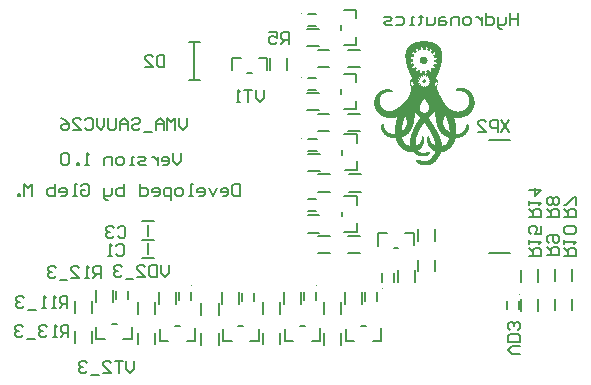
<source format=gbo>
G04*
G04 #@! TF.GenerationSoftware,Altium Limited,Altium Designer,24.6.1 (21)*
G04*
G04 Layer_Color=32896*
%FSLAX44Y44*%
%MOMM*%
G71*
G04*
G04 #@! TF.SameCoordinates,378F9F08-6654-43F8-BCBF-B2BEE8DC63DC*
G04*
G04*
G04 #@! TF.FilePolarity,Positive*
G04*
G01*
G75*
%ADD12C,0.2000*%
%ADD13C,0.1000*%
%ADD14C,0.1500*%
%ADD68C,0.1200*%
G36*
X363546Y306339D02*
X364854D01*
Y306208D01*
X365639D01*
Y306077D01*
X366423D01*
Y305946D01*
X367077D01*
Y305815D01*
X367600D01*
Y305685D01*
X367992D01*
Y305554D01*
X368515D01*
Y305423D01*
X368908D01*
Y305292D01*
X369169D01*
Y305161D01*
X369562D01*
Y305031D01*
X369823D01*
Y304900D01*
X370215D01*
Y304769D01*
X370477D01*
Y304639D01*
X370608D01*
Y304508D01*
X370869D01*
Y304377D01*
X371131D01*
Y304246D01*
X371392D01*
Y304115D01*
X371654D01*
Y303985D01*
X371785D01*
Y303854D01*
X371915D01*
Y303723D01*
X372177D01*
Y303592D01*
X372308D01*
Y303461D01*
X372569D01*
Y303331D01*
X372700D01*
Y303200D01*
X372831D01*
Y303069D01*
X372962D01*
Y302938D01*
X373092D01*
Y302808D01*
X373223D01*
Y302677D01*
X373354D01*
Y302546D01*
X373485D01*
Y302415D01*
X373615D01*
Y302285D01*
X373746D01*
Y302154D01*
X373877D01*
Y302023D01*
X374008D01*
Y301892D01*
X374138D01*
Y301762D01*
X374269D01*
Y301500D01*
X374400D01*
Y301369D01*
X374531D01*
Y301108D01*
X374662D01*
Y300977D01*
X374792D01*
Y300715D01*
X374923D01*
Y300585D01*
X375054D01*
Y300323D01*
X375185D01*
Y300062D01*
X375315D01*
Y299800D01*
X375446D01*
Y299538D01*
X375577D01*
Y299146D01*
X375708D01*
Y298754D01*
X375839D01*
Y298492D01*
X375969D01*
Y297969D01*
X376100D01*
Y297446D01*
X376231D01*
Y296923D01*
X376362D01*
Y296138D01*
X376492D01*
Y294700D01*
X376623D01*
Y292869D01*
X376492D01*
Y291169D01*
X376362D01*
Y290123D01*
X376231D01*
Y289338D01*
X376100D01*
Y288685D01*
X375969D01*
Y288031D01*
X375839D01*
Y287377D01*
X375708D01*
Y286854D01*
X375577D01*
Y286331D01*
X375446D01*
Y285938D01*
X375315D01*
Y285415D01*
X375185D01*
Y285023D01*
X375054D01*
Y284631D01*
X374923D01*
Y284108D01*
X374792D01*
Y283715D01*
X374662D01*
Y283323D01*
X374531D01*
Y282931D01*
X374400D01*
Y282539D01*
X374269D01*
Y282277D01*
X374138D01*
Y281885D01*
X374008D01*
Y281492D01*
X373877D01*
Y281100D01*
X373746D01*
Y280839D01*
X373615D01*
Y280446D01*
X373485D01*
Y280185D01*
X373354D01*
Y279792D01*
X373223D01*
Y279531D01*
X373092D01*
Y279269D01*
X372962D01*
Y278877D01*
X372831D01*
Y278615D01*
X372700D01*
Y278354D01*
X372569D01*
Y278092D01*
X372439D01*
Y277700D01*
X372308D01*
Y277439D01*
X372177D01*
Y277177D01*
X372046D01*
Y276915D01*
X371915D01*
Y276654D01*
X371785D01*
Y276392D01*
X371654D01*
Y276131D01*
X371523D01*
Y275869D01*
X371392D01*
Y275608D01*
X371262D01*
Y275346D01*
X371131D01*
Y275085D01*
X371000D01*
Y274692D01*
X371262D01*
Y274562D01*
X371392D01*
Y274431D01*
X371523D01*
Y274300D01*
X371654D01*
Y274169D01*
X371785D01*
Y274039D01*
X371915D01*
Y273908D01*
X372046D01*
Y273777D01*
X372177D01*
Y273646D01*
X372308D01*
Y273385D01*
X372439D01*
Y273254D01*
X372569D01*
Y272992D01*
X372700D01*
Y272731D01*
X372831D01*
Y272339D01*
X372962D01*
Y271946D01*
X373092D01*
Y270246D01*
X372962D01*
Y269854D01*
X372831D01*
Y269461D01*
X372700D01*
Y269200D01*
X372569D01*
Y269069D01*
X372439D01*
Y268808D01*
X372308D01*
Y268415D01*
X372177D01*
Y268154D01*
X372046D01*
Y267761D01*
X371915D01*
Y267500D01*
X371785D01*
Y267108D01*
X371915D01*
Y266715D01*
X372046D01*
Y266454D01*
X372177D01*
Y266061D01*
X372308D01*
Y265669D01*
X372439D01*
Y265408D01*
X372569D01*
Y265015D01*
X372700D01*
Y264754D01*
X372831D01*
Y264361D01*
X372962D01*
Y264100D01*
X373092D01*
Y263839D01*
X373223D01*
Y263446D01*
X373354D01*
Y263185D01*
X373485D01*
Y262923D01*
X373615D01*
Y262531D01*
X373746D01*
Y262269D01*
X373877D01*
Y262008D01*
X374008D01*
Y261746D01*
X374138D01*
Y261354D01*
X374269D01*
Y261092D01*
X374400D01*
Y260831D01*
X374531D01*
Y260569D01*
X374662D01*
Y260308D01*
X374792D01*
Y260046D01*
X374923D01*
Y259785D01*
X375054D01*
Y259523D01*
X375185D01*
Y259261D01*
X375315D01*
Y259000D01*
X375446D01*
Y258738D01*
X375577D01*
Y258477D01*
X375708D01*
Y258215D01*
X375839D01*
Y258085D01*
X375969D01*
Y257823D01*
X376100D01*
Y257561D01*
X376231D01*
Y257300D01*
X376362D01*
Y257169D01*
X376492D01*
Y256908D01*
X376623D01*
Y256646D01*
X376754D01*
Y256385D01*
X376885D01*
Y256254D01*
X377015D01*
Y255992D01*
X377146D01*
Y255861D01*
X377277D01*
Y255600D01*
X377408D01*
Y255469D01*
X377538D01*
Y255208D01*
X377669D01*
Y254946D01*
X377800D01*
Y254815D01*
X377931D01*
Y254554D01*
X378062D01*
Y254423D01*
X378192D01*
Y254292D01*
X378323D01*
Y254031D01*
X378454D01*
Y253900D01*
X378585D01*
Y253638D01*
X378715D01*
Y253508D01*
X378846D01*
Y253377D01*
X378977D01*
Y253115D01*
X379108D01*
Y252985D01*
X379239D01*
Y252854D01*
X379369D01*
Y252723D01*
X379500D01*
Y252592D01*
X379631D01*
Y252331D01*
X379762D01*
Y252200D01*
X379892D01*
Y252069D01*
X380023D01*
Y251938D01*
X380154D01*
Y251808D01*
X380285D01*
Y251546D01*
X380415D01*
Y251415D01*
X380546D01*
Y251285D01*
X380677D01*
Y251154D01*
X380808D01*
Y251023D01*
X380938D01*
Y250892D01*
X381069D01*
Y250762D01*
X381200D01*
Y250631D01*
X381331D01*
Y250500D01*
X381461D01*
Y250369D01*
X381592D01*
Y250238D01*
X381723D01*
Y250108D01*
X381854D01*
Y249977D01*
X382115D01*
Y249846D01*
X382246D01*
Y249715D01*
X382377D01*
Y249585D01*
X382508D01*
Y249454D01*
X382639D01*
Y249323D01*
X382900D01*
Y249192D01*
X383031D01*
Y249062D01*
X383162D01*
Y248931D01*
X383423D01*
Y248800D01*
X383554D01*
Y248669D01*
X383815D01*
Y248538D01*
X383946D01*
Y248408D01*
X384208D01*
Y248277D01*
X384469D01*
Y248146D01*
X384731D01*
Y248015D01*
X384862D01*
Y247885D01*
X385254D01*
Y247754D01*
X385515D01*
Y247623D01*
X385777D01*
Y247492D01*
X386169D01*
Y247362D01*
X386562D01*
Y247231D01*
X387085D01*
Y247100D01*
X387738D01*
Y246969D01*
X388915D01*
Y246838D01*
X390485D01*
Y246969D01*
X391792D01*
Y247100D01*
X392446D01*
Y247231D01*
X392969D01*
Y247362D01*
X393362D01*
Y247492D01*
X393754D01*
Y247623D01*
X394146D01*
Y247754D01*
X394408D01*
Y247885D01*
X394669D01*
Y248015D01*
X394931D01*
Y248146D01*
X395192D01*
Y248277D01*
X395323D01*
Y248408D01*
X395585D01*
Y248538D01*
X395715D01*
Y248669D01*
X395977D01*
Y248800D01*
X396108D01*
Y248931D01*
X396239D01*
Y249062D01*
X396369D01*
Y249192D01*
X396500D01*
Y249323D01*
X396631D01*
Y249454D01*
X396762D01*
Y249585D01*
X396892D01*
Y249715D01*
X397023D01*
Y249846D01*
X397154D01*
Y249977D01*
X397285D01*
Y250108D01*
X397415D01*
Y250238D01*
X397546D01*
Y250500D01*
X397677D01*
Y250631D01*
X397808D01*
Y250892D01*
X397938D01*
Y251154D01*
X398069D01*
Y251285D01*
X398200D01*
Y251546D01*
X398331D01*
Y251808D01*
X398462D01*
Y252200D01*
X398592D01*
Y252461D01*
X398723D01*
Y252854D01*
X398854D01*
Y253246D01*
X398985D01*
Y253769D01*
X399115D01*
Y254554D01*
X399246D01*
Y257431D01*
X399115D01*
Y258215D01*
X398985D01*
Y258608D01*
X398854D01*
Y259131D01*
X398723D01*
Y259523D01*
X398592D01*
Y259785D01*
X398462D01*
Y260046D01*
X398331D01*
Y260308D01*
X398200D01*
Y260569D01*
X398069D01*
Y260831D01*
X397938D01*
Y260961D01*
X397808D01*
Y261092D01*
X397677D01*
Y261354D01*
X397546D01*
Y261485D01*
X397415D01*
Y261615D01*
X397285D01*
Y261746D01*
X397154D01*
Y261877D01*
X397023D01*
Y262008D01*
X396892D01*
Y262139D01*
X396762D01*
Y262269D01*
X396631D01*
Y262400D01*
X396369D01*
Y262531D01*
X396239D01*
Y262661D01*
X396108D01*
Y262792D01*
X395846D01*
Y262923D01*
X395715D01*
Y263054D01*
X395454D01*
Y263185D01*
X395192D01*
Y263315D01*
X394931D01*
Y263446D01*
X394538D01*
Y263577D01*
X394277D01*
Y263708D01*
X393885D01*
Y263839D01*
X393492D01*
Y263969D01*
X392969D01*
Y264100D01*
X392446D01*
Y264231D01*
X391661D01*
Y264361D01*
X388785D01*
Y264492D01*
X388523D01*
Y264623D01*
X388262D01*
Y264885D01*
X388131D01*
Y265277D01*
X388262D01*
Y265539D01*
X388392D01*
Y265800D01*
X388523D01*
Y265931D01*
X388654D01*
Y266061D01*
X388915D01*
Y266192D01*
X389046D01*
Y266323D01*
X389308D01*
Y266454D01*
X389569D01*
Y266585D01*
X389962D01*
Y266715D01*
X390485D01*
Y266846D01*
X391269D01*
Y266977D01*
X393492D01*
Y266846D01*
X394277D01*
Y266715D01*
X394800D01*
Y266585D01*
X395323D01*
Y266454D01*
X395715D01*
Y266323D01*
X396108D01*
Y266192D01*
X396500D01*
Y266061D01*
X396762D01*
Y265931D01*
X397023D01*
Y265800D01*
X397285D01*
Y265669D01*
X397546D01*
Y265539D01*
X397808D01*
Y265408D01*
X397938D01*
Y265277D01*
X398200D01*
Y265146D01*
X398462D01*
Y265015D01*
X398592D01*
Y264885D01*
X398854D01*
Y264754D01*
X398985D01*
Y264623D01*
X399115D01*
Y264492D01*
X399246D01*
Y264361D01*
X399508D01*
Y264231D01*
X399638D01*
Y264100D01*
X399769D01*
Y263969D01*
X399900D01*
Y263839D01*
X400031D01*
Y263708D01*
X400162D01*
Y263577D01*
X400292D01*
Y263446D01*
X400423D01*
Y263315D01*
X400554D01*
Y263185D01*
X400685D01*
Y263054D01*
X400815D01*
Y262923D01*
X400946D01*
Y262661D01*
X401077D01*
Y262531D01*
X401208D01*
Y262400D01*
X401339D01*
Y262269D01*
X401469D01*
Y262008D01*
X401600D01*
Y261877D01*
X401731D01*
Y261615D01*
X401862D01*
Y261354D01*
X401992D01*
Y261223D01*
X402123D01*
Y260961D01*
X402254D01*
Y260700D01*
X402385D01*
Y260438D01*
X402515D01*
Y260177D01*
X402646D01*
Y259915D01*
X402777D01*
Y259523D01*
X402908D01*
Y259261D01*
X403038D01*
Y258869D01*
X403169D01*
Y258477D01*
X403300D01*
Y258085D01*
X403431D01*
Y257561D01*
X403562D01*
Y256908D01*
X403692D01*
Y256123D01*
X403823D01*
Y252723D01*
X403692D01*
Y251938D01*
X403562D01*
Y251415D01*
X403431D01*
Y250892D01*
X403300D01*
Y250500D01*
X403169D01*
Y250108D01*
X403038D01*
Y249715D01*
X402908D01*
Y249454D01*
X402777D01*
Y249062D01*
X402646D01*
Y248800D01*
X402515D01*
Y248538D01*
X402385D01*
Y248277D01*
X402254D01*
Y248015D01*
X402123D01*
Y247885D01*
X401992D01*
Y247623D01*
X401862D01*
Y247362D01*
X401731D01*
Y247231D01*
X401600D01*
Y246969D01*
X401469D01*
Y246838D01*
X401339D01*
Y246577D01*
X401208D01*
Y246446D01*
X401077D01*
Y246185D01*
X400946D01*
Y246054D01*
X400815D01*
Y245923D01*
X400685D01*
Y245792D01*
X400554D01*
Y245662D01*
X400423D01*
Y245400D01*
X400292D01*
Y245269D01*
X400162D01*
Y245138D01*
X400031D01*
Y245008D01*
X399900D01*
Y244877D01*
X399638D01*
Y244746D01*
X399508D01*
Y244615D01*
X399377D01*
Y244485D01*
X399246D01*
Y244354D01*
X398985D01*
Y244223D01*
X398854D01*
Y244092D01*
X398723D01*
Y243962D01*
X398462D01*
Y243831D01*
X398200D01*
Y243700D01*
X398069D01*
Y243569D01*
X397808D01*
Y243438D01*
X397546D01*
Y243308D01*
X397285D01*
Y243177D01*
X397023D01*
Y243046D01*
X396631D01*
Y242915D01*
X396369D01*
Y242785D01*
X395977D01*
Y242654D01*
X395585D01*
Y242523D01*
X395192D01*
Y242392D01*
X394800D01*
Y242262D01*
X394277D01*
Y242131D01*
X393623D01*
Y242000D01*
X392969D01*
Y241869D01*
X392054D01*
Y241738D01*
X390877D01*
Y241608D01*
X388654D01*
Y241477D01*
X387869D01*
Y241608D01*
X386692D01*
Y241346D01*
X386823D01*
Y240823D01*
X386954D01*
Y240300D01*
X387085D01*
Y239646D01*
X387215D01*
Y239123D01*
X387346D01*
Y238469D01*
X387477D01*
Y237815D01*
X387608D01*
Y237162D01*
X387738D01*
Y236377D01*
X387869D01*
Y235592D01*
X388000D01*
Y234677D01*
X388131D01*
Y233762D01*
X388262D01*
Y232323D01*
X388392D01*
Y228008D01*
X389700D01*
Y228139D01*
X390485D01*
Y228269D01*
X391138D01*
Y228400D01*
X391531D01*
Y228531D01*
X391923D01*
Y228661D01*
X392185D01*
Y228792D01*
X392446D01*
Y228923D01*
X392708D01*
Y229054D01*
X392969D01*
Y229185D01*
X393231D01*
Y229315D01*
X393362D01*
Y229446D01*
X393623D01*
Y229577D01*
X393754D01*
Y229708D01*
X393885D01*
Y229839D01*
X394015D01*
Y229969D01*
X394146D01*
Y230100D01*
X394408D01*
Y230231D01*
X394538D01*
Y230361D01*
X394669D01*
Y230623D01*
X394800D01*
Y230754D01*
X394931D01*
Y230885D01*
X395062D01*
Y231015D01*
X395192D01*
Y231277D01*
X395323D01*
Y231408D01*
X395454D01*
Y231538D01*
X395585D01*
Y231800D01*
X395715D01*
Y232062D01*
X395846D01*
Y232192D01*
X395977D01*
Y232454D01*
X396108D01*
Y232715D01*
X396239D01*
Y233108D01*
X396369D01*
Y233369D01*
X396500D01*
Y233762D01*
X396631D01*
Y234285D01*
X396762D01*
Y235200D01*
X396892D01*
Y235592D01*
X397023D01*
Y235854D01*
X397154D01*
Y236115D01*
X397285D01*
Y236246D01*
X397415D01*
Y236377D01*
X398069D01*
Y236246D01*
X398331D01*
Y236115D01*
X398462D01*
Y235985D01*
X398592D01*
Y235854D01*
X398723D01*
Y235723D01*
X398854D01*
Y235462D01*
X398985D01*
Y235200D01*
X399115D01*
Y234677D01*
X399246D01*
Y232715D01*
X399115D01*
Y232062D01*
X398985D01*
Y231669D01*
X398854D01*
Y231277D01*
X398723D01*
Y230885D01*
X398592D01*
Y230623D01*
X398462D01*
Y230361D01*
X398331D01*
Y230100D01*
X398200D01*
Y229839D01*
X398069D01*
Y229708D01*
X397938D01*
Y229446D01*
X397808D01*
Y229315D01*
X397677D01*
Y229054D01*
X397546D01*
Y228923D01*
X397415D01*
Y228792D01*
X397285D01*
Y228531D01*
X397154D01*
Y228400D01*
X397023D01*
Y228269D01*
X396892D01*
Y228139D01*
X396762D01*
Y228008D01*
X396631D01*
Y227877D01*
X396500D01*
Y227746D01*
X396369D01*
Y227615D01*
X396239D01*
Y227485D01*
X396108D01*
Y227354D01*
X395977D01*
Y227223D01*
X395715D01*
Y227092D01*
X395585D01*
Y226961D01*
X395454D01*
Y226831D01*
X395192D01*
Y226700D01*
X395062D01*
Y226569D01*
X394800D01*
Y226439D01*
X394669D01*
Y226308D01*
X394408D01*
Y226177D01*
X394277D01*
Y226046D01*
X394015D01*
Y225915D01*
X393754D01*
Y225785D01*
X393492D01*
Y225654D01*
X393231D01*
Y225523D01*
X392969D01*
Y225392D01*
X392708D01*
Y225261D01*
X392315D01*
Y225131D01*
X391923D01*
Y225000D01*
X391531D01*
Y224869D01*
X391008D01*
Y224739D01*
X390485D01*
Y224608D01*
X389831D01*
Y224477D01*
X389046D01*
Y224346D01*
X387869D01*
Y223954D01*
X387738D01*
Y223431D01*
X387608D01*
Y222908D01*
X387477D01*
Y222646D01*
X387346D01*
Y222254D01*
X387215D01*
Y221992D01*
X387085D01*
Y221600D01*
X386954D01*
Y221338D01*
X386823D01*
Y221077D01*
X386692D01*
Y220815D01*
X386562D01*
Y220554D01*
X386431D01*
Y220292D01*
X386300D01*
Y220031D01*
X386169D01*
Y219769D01*
X386039D01*
Y219638D01*
X385908D01*
Y219377D01*
X385777D01*
Y219115D01*
X385646D01*
Y218985D01*
X385515D01*
Y218723D01*
X385385D01*
Y218592D01*
X385254D01*
Y218331D01*
X385123D01*
Y218200D01*
X384992D01*
Y217938D01*
X384862D01*
Y217808D01*
X384731D01*
Y217677D01*
X384600D01*
Y217415D01*
X384469D01*
Y217285D01*
X384338D01*
Y217154D01*
X384208D01*
Y217023D01*
X384077D01*
Y216892D01*
X383946D01*
Y216631D01*
X383815D01*
Y216500D01*
X383685D01*
Y216369D01*
X383554D01*
Y216238D01*
X383423D01*
Y216108D01*
X383292D01*
Y215977D01*
X383162D01*
Y215846D01*
X383031D01*
Y215715D01*
X382900D01*
Y215585D01*
X382769D01*
Y215454D01*
X382639D01*
Y215323D01*
X382377D01*
Y215192D01*
X382246D01*
Y215061D01*
X382115D01*
Y214931D01*
X381985D01*
Y214800D01*
X381723D01*
Y214669D01*
X381592D01*
Y214538D01*
X381331D01*
Y214408D01*
X381200D01*
Y214277D01*
X380938D01*
Y214146D01*
X380808D01*
Y214015D01*
X380546D01*
Y213885D01*
X380285D01*
Y213754D01*
X380023D01*
Y213623D01*
X379762D01*
Y213492D01*
X379500D01*
Y213361D01*
X379239D01*
Y213231D01*
X378846D01*
Y213100D01*
X378454D01*
Y212969D01*
X377931D01*
Y212838D01*
X377408D01*
Y212708D01*
X376623D01*
Y212577D01*
X375708D01*
Y212446D01*
X375577D01*
Y212054D01*
X375446D01*
Y211792D01*
X375315D01*
Y211531D01*
X375185D01*
Y211269D01*
X375054D01*
Y211008D01*
X374923D01*
Y210877D01*
X374792D01*
Y210615D01*
X374662D01*
Y210354D01*
X374531D01*
Y210092D01*
X374400D01*
Y209961D01*
X374269D01*
Y209700D01*
X374138D01*
Y209438D01*
X374008D01*
Y209177D01*
X373877D01*
Y209046D01*
X373746D01*
Y208785D01*
X373615D01*
Y208523D01*
X373485D01*
Y208392D01*
X373354D01*
Y208131D01*
X373223D01*
Y207869D01*
X373092D01*
Y207738D01*
X372962D01*
Y207477D01*
X372831D01*
Y207215D01*
X372700D01*
Y207085D01*
X372569D01*
Y206823D01*
X372439D01*
Y206562D01*
X372308D01*
Y206431D01*
X372177D01*
Y206169D01*
X372046D01*
Y206038D01*
X371915D01*
Y205908D01*
X371785D01*
Y205646D01*
X371654D01*
Y205515D01*
X371523D01*
Y205385D01*
X371392D01*
Y205254D01*
X371262D01*
Y204992D01*
X371131D01*
Y204862D01*
X371000D01*
Y204731D01*
X370869D01*
Y204600D01*
X370738D01*
Y204469D01*
X370608D01*
Y204338D01*
X370477D01*
Y204208D01*
X370215D01*
Y204077D01*
X370085D01*
Y203946D01*
X369954D01*
Y203815D01*
X369823D01*
Y203685D01*
X369562D01*
Y203554D01*
X369431D01*
Y203423D01*
X369300D01*
Y203292D01*
X369039D01*
Y203162D01*
X368908D01*
Y203031D01*
X368646D01*
Y202900D01*
X368385D01*
Y202769D01*
X368123D01*
Y202638D01*
X367862D01*
Y202508D01*
X367600D01*
Y202377D01*
X367338D01*
Y202246D01*
X367077D01*
Y202115D01*
X366685D01*
Y201985D01*
X366292D01*
Y201854D01*
X365900D01*
Y201723D01*
X365377D01*
Y201592D01*
X364723D01*
Y201462D01*
X364069D01*
Y201331D01*
X360669D01*
Y201462D01*
X359754D01*
Y201592D01*
X359231D01*
Y201723D01*
X358708D01*
Y201854D01*
X358315D01*
Y201985D01*
X357923D01*
Y202115D01*
X357531D01*
Y202246D01*
X357269D01*
Y202377D01*
X357008D01*
Y202508D01*
X356746D01*
Y202638D01*
X356615D01*
Y202769D01*
X356354D01*
Y202900D01*
X356223D01*
Y203031D01*
X355961D01*
Y203162D01*
X355831D01*
Y203292D01*
X355700D01*
Y203423D01*
X355569D01*
Y203554D01*
X355308D01*
Y203815D01*
X355177D01*
Y203946D01*
X355046D01*
Y204077D01*
X354915D01*
Y204208D01*
X354785D01*
Y204469D01*
X354654D01*
Y204731D01*
X354523D01*
Y205123D01*
X354392D01*
Y205646D01*
X354523D01*
Y205777D01*
X354654D01*
Y205908D01*
X354915D01*
Y206038D01*
X356485D01*
Y205908D01*
X357138D01*
Y205777D01*
X357662D01*
Y205646D01*
X358054D01*
Y205515D01*
X358577D01*
Y205385D01*
X358969D01*
Y205254D01*
X359362D01*
Y205123D01*
X359754D01*
Y204992D01*
X360277D01*
Y204862D01*
X361192D01*
Y204731D01*
X361454D01*
Y204862D01*
X362762D01*
Y204992D01*
X363285D01*
Y205123D01*
X363677D01*
Y205254D01*
X363938D01*
Y205385D01*
X364200D01*
Y205515D01*
X364592D01*
Y205646D01*
X364723D01*
Y205777D01*
X364985D01*
Y205908D01*
X365246D01*
Y206038D01*
X365377D01*
Y206169D01*
X365639D01*
Y206300D01*
X365769D01*
Y206431D01*
X365900D01*
Y206562D01*
X366161D01*
Y206692D01*
X366292D01*
Y206823D01*
X366423D01*
Y206954D01*
X366554D01*
Y207085D01*
X366685D01*
Y207215D01*
X366815D01*
Y207346D01*
X366946D01*
Y207477D01*
X367077D01*
Y207608D01*
X367208D01*
Y207738D01*
X367338D01*
Y207869D01*
X367469D01*
Y208000D01*
X367600D01*
Y208131D01*
X367731D01*
Y208262D01*
X367862D01*
Y208392D01*
X367992D01*
Y208523D01*
X368123D01*
Y208785D01*
X368254D01*
Y208915D01*
X368385D01*
Y209046D01*
X368515D01*
Y209177D01*
X368646D01*
Y209438D01*
X368777D01*
Y209569D01*
X368908D01*
Y209700D01*
X369039D01*
Y209961D01*
X369169D01*
Y210092D01*
X369300D01*
Y210354D01*
X369431D01*
Y210615D01*
X369562D01*
Y210746D01*
X369692D01*
Y211008D01*
X369823D01*
Y211269D01*
X369954D01*
Y211531D01*
X370085D01*
Y211661D01*
X370215D01*
Y212054D01*
X370346D01*
Y212315D01*
X370477D01*
Y212577D01*
X370608D01*
Y212969D01*
X370738D01*
Y213100D01*
X370477D01*
Y213231D01*
X370085D01*
Y213361D01*
X369823D01*
Y213492D01*
X369431D01*
Y213623D01*
X369300D01*
Y213754D01*
X369039D01*
Y213885D01*
X368777D01*
Y214015D01*
X368515D01*
Y214146D01*
X368385D01*
Y214277D01*
X368123D01*
Y214408D01*
X367992D01*
Y214538D01*
X367862D01*
Y214669D01*
X367600D01*
Y214800D01*
X367469D01*
Y214931D01*
X367338D01*
Y215061D01*
X367208D01*
Y215192D01*
X367077D01*
Y215323D01*
X366946D01*
Y215454D01*
X366815D01*
Y215585D01*
X366685D01*
Y215715D01*
X366554D01*
Y215846D01*
X366423D01*
Y215977D01*
X366292D01*
Y216108D01*
X366161D01*
Y216238D01*
X366031D01*
Y216369D01*
X365900D01*
Y216631D01*
X365769D01*
Y216761D01*
X365639D01*
Y216892D01*
X365508D01*
Y217154D01*
X365377D01*
Y217285D01*
X365246D01*
Y217546D01*
X365115D01*
Y217808D01*
X364985D01*
Y218069D01*
X364854D01*
Y218200D01*
X364723D01*
Y218461D01*
X364592D01*
Y218723D01*
X364462D01*
Y219115D01*
X364331D01*
Y219377D01*
X364200D01*
Y219769D01*
X364069D01*
Y220161D01*
X363938D01*
Y220554D01*
X363808D01*
Y221077D01*
X363677D01*
Y221600D01*
X363546D01*
Y222515D01*
X363415D01*
Y224215D01*
X363546D01*
Y224869D01*
X363677D01*
Y225131D01*
X363808D01*
Y225392D01*
X363938D01*
Y225523D01*
X364069D01*
Y225654D01*
X364200D01*
Y225785D01*
X364331D01*
Y225915D01*
X364592D01*
Y226046D01*
X364985D01*
Y225915D01*
X365246D01*
Y225785D01*
X365377D01*
Y225523D01*
X365508D01*
Y225261D01*
X365639D01*
Y224869D01*
X365769D01*
Y224085D01*
X365900D01*
Y223431D01*
X366031D01*
Y223169D01*
X366161D01*
Y222777D01*
X366292D01*
Y222385D01*
X366423D01*
Y222123D01*
X366554D01*
Y221992D01*
X366685D01*
Y221731D01*
X366815D01*
Y221469D01*
X366946D01*
Y221208D01*
X367077D01*
Y221077D01*
X367208D01*
Y220815D01*
X367338D01*
Y220685D01*
X367469D01*
Y220554D01*
X367600D01*
Y220423D01*
X367731D01*
Y220161D01*
X367862D01*
Y220031D01*
X367992D01*
Y219900D01*
X368123D01*
Y219769D01*
X368254D01*
Y219638D01*
X368385D01*
Y219508D01*
X368646D01*
Y219377D01*
X368777D01*
Y219246D01*
X368908D01*
Y219115D01*
X369169D01*
Y218985D01*
X369300D01*
Y218854D01*
X369562D01*
Y218723D01*
X369692D01*
Y218592D01*
X369954D01*
Y218461D01*
X370215D01*
Y218331D01*
X370608D01*
Y218200D01*
X370869D01*
Y218069D01*
X371000D01*
Y218331D01*
X370869D01*
Y218985D01*
X370738D01*
Y219638D01*
X370608D01*
Y220161D01*
X370477D01*
Y220685D01*
X370346D01*
Y221077D01*
X370215D01*
Y221469D01*
X370085D01*
Y221861D01*
X369954D01*
Y222254D01*
X369823D01*
Y222646D01*
X369692D01*
Y223039D01*
X369562D01*
Y223300D01*
X369431D01*
Y223692D01*
X369300D01*
Y223954D01*
X369169D01*
Y224346D01*
X369039D01*
Y224608D01*
X368908D01*
Y224869D01*
X368777D01*
Y225261D01*
X368646D01*
Y225523D01*
X368515D01*
Y225785D01*
X368385D01*
Y226046D01*
X368254D01*
Y226308D01*
X368123D01*
Y226569D01*
X367992D01*
Y226831D01*
X367862D01*
Y227092D01*
X367731D01*
Y227354D01*
X367600D01*
Y227615D01*
X367469D01*
Y227877D01*
X367338D01*
Y228139D01*
X367208D01*
Y228400D01*
X367077D01*
Y228661D01*
X366946D01*
Y228792D01*
X366815D01*
Y229054D01*
X366685D01*
Y229315D01*
X366554D01*
Y229577D01*
X366423D01*
Y229839D01*
X366292D01*
Y229969D01*
X366161D01*
Y230231D01*
X366031D01*
Y230492D01*
X365900D01*
Y230623D01*
X365769D01*
Y230885D01*
X365639D01*
Y231146D01*
X365508D01*
Y231277D01*
X365377D01*
Y231538D01*
X365246D01*
Y231800D01*
X365115D01*
Y231931D01*
X364985D01*
Y232192D01*
X364854D01*
Y232454D01*
X364723D01*
Y232585D01*
X364592D01*
Y232846D01*
X364462D01*
Y232977D01*
X364331D01*
Y233238D01*
X364200D01*
Y233369D01*
X364069D01*
Y233631D01*
X363938D01*
Y233762D01*
X363808D01*
Y234023D01*
X363677D01*
Y234154D01*
X363546D01*
Y234415D01*
X363415D01*
Y234546D01*
X363285D01*
Y234808D01*
X363154D01*
Y234939D01*
X363023D01*
Y235200D01*
X362892D01*
Y235331D01*
X362762D01*
Y235462D01*
X362631D01*
Y235723D01*
X362500D01*
Y235854D01*
X362369D01*
Y236115D01*
X362239D01*
Y236246D01*
X362108D01*
Y236377D01*
X361977D01*
Y236639D01*
X361846D01*
Y236769D01*
X361715D01*
Y236900D01*
X361585D01*
Y237162D01*
X361454D01*
Y237292D01*
X361323D01*
Y237423D01*
X361192D01*
Y237162D01*
X361062D01*
Y237031D01*
X360931D01*
Y236900D01*
X360800D01*
Y236639D01*
X360669D01*
Y236508D01*
X360538D01*
Y236377D01*
X360408D01*
Y236115D01*
X360277D01*
Y235985D01*
X360146D01*
Y235854D01*
X360015D01*
Y235592D01*
X359885D01*
Y235462D01*
X359754D01*
Y235200D01*
X359623D01*
Y235069D01*
X359492D01*
Y234808D01*
X359362D01*
Y234677D01*
X359231D01*
Y234415D01*
X359100D01*
Y234285D01*
X358969D01*
Y234023D01*
X358839D01*
Y233892D01*
X358708D01*
Y233631D01*
X358577D01*
Y233500D01*
X358446D01*
Y233238D01*
X358315D01*
Y233108D01*
X358185D01*
Y232846D01*
X358054D01*
Y232585D01*
X357923D01*
Y232454D01*
X357792D01*
Y232192D01*
X357662D01*
Y231931D01*
X357531D01*
Y231669D01*
X357400D01*
Y231408D01*
X357269D01*
Y231277D01*
X357138D01*
Y231015D01*
X357008D01*
Y230754D01*
X356877D01*
Y230492D01*
X356746D01*
Y230231D01*
X356615D01*
Y229969D01*
X356485D01*
Y229708D01*
X356354D01*
Y229446D01*
X356223D01*
Y229054D01*
X356092D01*
Y228792D01*
X355961D01*
Y228531D01*
X355831D01*
Y228139D01*
X355700D01*
Y227877D01*
X355569D01*
Y227485D01*
X355438D01*
Y227092D01*
X355308D01*
Y226700D01*
X355177D01*
Y226439D01*
X355046D01*
Y225915D01*
X354915D01*
Y225523D01*
X354785D01*
Y225000D01*
X354654D01*
Y224477D01*
X354523D01*
Y223823D01*
X354392D01*
Y223169D01*
X354262D01*
Y221992D01*
X354131D01*
Y219900D01*
X354262D01*
Y218854D01*
X354392D01*
Y218331D01*
X354785D01*
Y218461D01*
X355177D01*
Y218592D01*
X355569D01*
Y218723D01*
X355831D01*
Y218854D01*
X356092D01*
Y218985D01*
X356354D01*
Y219115D01*
X356485D01*
Y219246D01*
X356746D01*
Y219377D01*
X356877D01*
Y219508D01*
X357008D01*
Y219638D01*
X357269D01*
Y219769D01*
X357400D01*
Y219900D01*
X357531D01*
Y220031D01*
X357662D01*
Y220292D01*
X357792D01*
Y220423D01*
X357923D01*
Y220554D01*
X358054D01*
Y220815D01*
X358185D01*
Y220946D01*
X358315D01*
Y221208D01*
X358446D01*
Y221469D01*
X358577D01*
Y221861D01*
X358708D01*
Y222254D01*
X358839D01*
Y222777D01*
X358969D01*
Y224085D01*
X359100D01*
Y224869D01*
X359231D01*
Y225261D01*
X359362D01*
Y225523D01*
X359492D01*
Y225785D01*
X359623D01*
Y225915D01*
X359885D01*
Y226046D01*
X360277D01*
Y225915D01*
X360538D01*
Y225785D01*
X360669D01*
Y225654D01*
X360931D01*
Y225392D01*
X361062D01*
Y225261D01*
X361192D01*
Y224869D01*
X361323D01*
Y224215D01*
X361454D01*
Y222515D01*
X361323D01*
Y221600D01*
X361192D01*
Y220946D01*
X361062D01*
Y220554D01*
X360931D01*
Y220161D01*
X360800D01*
Y219769D01*
X360669D01*
Y219377D01*
X360538D01*
Y219115D01*
X360408D01*
Y218723D01*
X360277D01*
Y218461D01*
X360146D01*
Y218200D01*
X360015D01*
Y217938D01*
X359885D01*
Y217808D01*
X359754D01*
Y217546D01*
X359623D01*
Y217285D01*
X359492D01*
Y217154D01*
X359362D01*
Y216892D01*
X359231D01*
Y216761D01*
X359100D01*
Y216631D01*
X358969D01*
Y216369D01*
X358839D01*
Y216238D01*
X358708D01*
Y216108D01*
X358577D01*
Y215977D01*
X358446D01*
Y215846D01*
X358315D01*
Y215715D01*
X358185D01*
Y215585D01*
X358054D01*
Y215454D01*
X357923D01*
Y215323D01*
X357792D01*
Y215192D01*
X357662D01*
Y215061D01*
X357531D01*
Y214931D01*
X357400D01*
Y214800D01*
X357269D01*
Y214669D01*
X357008D01*
Y214538D01*
X356877D01*
Y214408D01*
X356746D01*
Y214277D01*
X356485D01*
Y214146D01*
X356354D01*
Y214015D01*
X356092D01*
Y213885D01*
X355831D01*
Y213754D01*
X355961D01*
Y213623D01*
X356092D01*
Y213492D01*
X356223D01*
Y213361D01*
X356354D01*
Y213231D01*
X356615D01*
Y213100D01*
X356746D01*
Y212969D01*
X357008D01*
Y212838D01*
X357269D01*
Y212708D01*
X357531D01*
Y212577D01*
X357792D01*
Y212446D01*
X358185D01*
Y212315D01*
X358577D01*
Y212185D01*
X359100D01*
Y212054D01*
X361977D01*
Y212185D01*
X362762D01*
Y212315D01*
X363546D01*
Y212446D01*
X364462D01*
Y212577D01*
X365246D01*
Y212446D01*
X365769D01*
Y212315D01*
X366031D01*
Y212185D01*
X366161D01*
Y212054D01*
X366292D01*
Y211531D01*
X366161D01*
Y211269D01*
X366031D01*
Y211008D01*
X365900D01*
Y210877D01*
X365769D01*
Y210746D01*
X365639D01*
Y210615D01*
X365377D01*
Y210485D01*
X365246D01*
Y210354D01*
X365115D01*
Y210223D01*
X364854D01*
Y210092D01*
X364592D01*
Y209961D01*
X364331D01*
Y209831D01*
X364069D01*
Y209700D01*
X363808D01*
Y209569D01*
X363415D01*
Y209438D01*
X363023D01*
Y209308D01*
X362631D01*
Y209177D01*
X362108D01*
Y209046D01*
X361192D01*
Y208915D01*
X358708D01*
Y209046D01*
X357923D01*
Y209177D01*
X357400D01*
Y209308D01*
X357008D01*
Y209438D01*
X356615D01*
Y209569D01*
X356354D01*
Y209700D01*
X355961D01*
Y209831D01*
X355700D01*
Y209961D01*
X355438D01*
Y210092D01*
X355177D01*
Y210223D01*
X354915D01*
Y210354D01*
X354785D01*
Y210485D01*
X354523D01*
Y210615D01*
X354392D01*
Y210746D01*
X354131D01*
Y210877D01*
X354000D01*
Y211008D01*
X353869D01*
Y211138D01*
X353608D01*
Y211269D01*
X353477D01*
Y211400D01*
X353346D01*
Y211531D01*
X353215D01*
Y211661D01*
X353085D01*
Y211792D01*
X352823D01*
Y211923D01*
X352692D01*
Y212054D01*
X352562D01*
Y212185D01*
X352431D01*
Y212315D01*
X352300D01*
Y212577D01*
X351254D01*
Y212446D01*
X349685D01*
Y212577D01*
X348638D01*
Y212708D01*
X347985D01*
Y212838D01*
X347462D01*
Y212969D01*
X346939D01*
Y213100D01*
X346546D01*
Y213231D01*
X346285D01*
Y213361D01*
X345892D01*
Y213492D01*
X345631D01*
Y213623D01*
X345369D01*
Y213754D01*
X345108D01*
Y213885D01*
X344846D01*
Y214015D01*
X344585D01*
Y214146D01*
X344323D01*
Y214277D01*
X344192D01*
Y214408D01*
X343931D01*
Y214538D01*
X343669D01*
Y214669D01*
X343539D01*
Y214800D01*
X343408D01*
Y214931D01*
X343146D01*
Y215061D01*
X343015D01*
Y215192D01*
X342754D01*
Y215323D01*
X342623D01*
Y215454D01*
X342492D01*
Y215585D01*
X342361D01*
Y215715D01*
X342231D01*
Y215846D01*
X341969D01*
Y215977D01*
X341838D01*
Y216108D01*
X341708D01*
Y216238D01*
X341577D01*
Y216369D01*
X341446D01*
Y216500D01*
X341315D01*
Y216631D01*
X341185D01*
Y216761D01*
X341054D01*
Y216892D01*
X340923D01*
Y217023D01*
X340792D01*
Y217154D01*
X340662D01*
Y217285D01*
X340531D01*
Y217546D01*
X340400D01*
Y217677D01*
X340269D01*
Y217808D01*
X340139D01*
Y217938D01*
X340008D01*
Y218200D01*
X339877D01*
Y218331D01*
X339746D01*
Y218461D01*
X339615D01*
Y218723D01*
X339485D01*
Y218854D01*
X339354D01*
Y218985D01*
X339223D01*
Y219246D01*
X339092D01*
Y219377D01*
X338962D01*
Y219638D01*
X338831D01*
Y219900D01*
X338700D01*
Y220031D01*
X338569D01*
Y220292D01*
X338438D01*
Y220554D01*
X338308D01*
Y220815D01*
X338177D01*
Y221077D01*
X338046D01*
Y221338D01*
X337915D01*
Y221600D01*
X337785D01*
Y221992D01*
X337654D01*
Y222254D01*
X337523D01*
Y222646D01*
X337392D01*
Y223039D01*
X337262D01*
Y223431D01*
X337131D01*
Y223954D01*
X337000D01*
Y224215D01*
X335954D01*
Y224346D01*
X334777D01*
Y224477D01*
X333992D01*
Y224608D01*
X333339D01*
Y224739D01*
X332815D01*
Y224869D01*
X332292D01*
Y225000D01*
X331900D01*
Y225131D01*
X331508D01*
Y225261D01*
X331246D01*
Y225392D01*
X330854D01*
Y225523D01*
X330592D01*
Y225654D01*
X330331D01*
Y225785D01*
X330069D01*
Y225915D01*
X329939D01*
Y226046D01*
X329677D01*
Y226177D01*
X329415D01*
Y226308D01*
X329154D01*
Y226439D01*
X329023D01*
Y226569D01*
X328761D01*
Y226700D01*
X328631D01*
Y226831D01*
X328369D01*
Y226961D01*
X328238D01*
Y227092D01*
X328108D01*
Y227223D01*
X327977D01*
Y227354D01*
X327846D01*
Y227485D01*
X327585D01*
Y227615D01*
X327454D01*
Y227746D01*
X327323D01*
Y227877D01*
X327192D01*
Y228008D01*
X327062D01*
Y228139D01*
X326931D01*
Y228269D01*
X326800D01*
Y228531D01*
X326669D01*
Y228661D01*
X326539D01*
Y228792D01*
X326408D01*
Y228923D01*
X326277D01*
Y229185D01*
X326146D01*
Y229315D01*
X326015D01*
Y229577D01*
X325885D01*
Y229708D01*
X325754D01*
Y229969D01*
X325623D01*
Y230231D01*
X325492D01*
Y230492D01*
X325362D01*
Y230754D01*
X325231D01*
Y231015D01*
X325100D01*
Y231408D01*
X324969D01*
Y231800D01*
X324838D01*
Y232323D01*
X324708D01*
Y232977D01*
X324577D01*
Y234415D01*
X324708D01*
Y235069D01*
X324838D01*
Y235462D01*
X324969D01*
Y235592D01*
X325100D01*
Y235854D01*
X325231D01*
Y235985D01*
X325362D01*
Y236115D01*
X325623D01*
Y236246D01*
X325885D01*
Y236377D01*
X326408D01*
Y236246D01*
X326539D01*
Y236115D01*
X326669D01*
Y235985D01*
X326800D01*
Y235723D01*
X326931D01*
Y235331D01*
X327062D01*
Y234546D01*
X327192D01*
Y233892D01*
X327323D01*
Y233500D01*
X327454D01*
Y233238D01*
X327585D01*
Y232846D01*
X327715D01*
Y232585D01*
X327846D01*
Y232323D01*
X327977D01*
Y232062D01*
X328108D01*
Y231931D01*
X328238D01*
Y231669D01*
X328369D01*
Y231408D01*
X328500D01*
Y231277D01*
X328631D01*
Y231146D01*
X328761D01*
Y230885D01*
X328892D01*
Y230754D01*
X329023D01*
Y230623D01*
X329154D01*
Y230492D01*
X329285D01*
Y230361D01*
X329415D01*
Y230231D01*
X329546D01*
Y230100D01*
X329677D01*
Y229969D01*
X329808D01*
Y229839D01*
X329939D01*
Y229708D01*
X330069D01*
Y229577D01*
X330331D01*
Y229446D01*
X330462D01*
Y229315D01*
X330723D01*
Y229185D01*
X330854D01*
Y229054D01*
X331115D01*
Y228923D01*
X331377D01*
Y228792D01*
X331638D01*
Y228661D01*
X331900D01*
Y228531D01*
X332292D01*
Y228400D01*
X332815D01*
Y228269D01*
X333339D01*
Y228139D01*
X334385D01*
Y228008D01*
X335823D01*
Y228139D01*
X336477D01*
Y232323D01*
X336608D01*
Y233762D01*
X336739D01*
Y234677D01*
X336869D01*
Y235592D01*
X337000D01*
Y236377D01*
X337131D01*
Y237162D01*
X337262D01*
Y237815D01*
X337392D01*
Y238469D01*
X337523D01*
Y239123D01*
X337654D01*
Y239646D01*
X337785D01*
Y240169D01*
X337915D01*
Y240823D01*
X338046D01*
Y241346D01*
X338177D01*
Y241738D01*
X338308D01*
Y242000D01*
X337654D01*
Y241869D01*
X336739D01*
Y241738D01*
X335562D01*
Y241608D01*
X330723D01*
Y241738D01*
X329808D01*
Y241869D01*
X329023D01*
Y242000D01*
X328500D01*
Y242131D01*
X327977D01*
Y242262D01*
X327585D01*
Y242392D01*
X327192D01*
Y242523D01*
X326800D01*
Y242654D01*
X326539D01*
Y242785D01*
X326146D01*
Y242915D01*
X325885D01*
Y243046D01*
X325623D01*
Y243177D01*
X325362D01*
Y243308D01*
X325100D01*
Y243438D01*
X324838D01*
Y243569D01*
X324708D01*
Y243700D01*
X324446D01*
Y243831D01*
X324315D01*
Y243962D01*
X324054D01*
Y244092D01*
X323923D01*
Y244223D01*
X323792D01*
Y244354D01*
X323531D01*
Y244485D01*
X323400D01*
Y244615D01*
X323269D01*
Y244746D01*
X323139D01*
Y244877D01*
X323008D01*
Y245008D01*
X322877D01*
Y245138D01*
X322615D01*
Y245269D01*
X322485D01*
Y245400D01*
X322354D01*
Y245662D01*
X322223D01*
Y245792D01*
X322092D01*
Y245923D01*
X321962D01*
Y246054D01*
X321831D01*
Y246185D01*
X321700D01*
Y246315D01*
X321569D01*
Y246577D01*
X321438D01*
Y246708D01*
X321308D01*
Y246969D01*
X321177D01*
Y247100D01*
X321046D01*
Y247231D01*
X320915D01*
Y247492D01*
X320785D01*
Y247623D01*
X320654D01*
Y247885D01*
X320523D01*
Y248146D01*
X320392D01*
Y248277D01*
X320261D01*
Y248538D01*
X320131D01*
Y248800D01*
X320000D01*
Y249062D01*
X319869D01*
Y249454D01*
X319739D01*
Y249715D01*
X319608D01*
Y249977D01*
X319477D01*
Y250369D01*
X319346D01*
Y250762D01*
X319215D01*
Y251285D01*
X319085D01*
Y251938D01*
X318954D01*
Y252723D01*
X318823D01*
Y255469D01*
X318954D01*
Y256254D01*
X319085D01*
Y256908D01*
X319215D01*
Y257431D01*
X319346D01*
Y257823D01*
X319477D01*
Y258215D01*
X319608D01*
Y258477D01*
X319739D01*
Y258869D01*
X319869D01*
Y259131D01*
X320000D01*
Y259392D01*
X320131D01*
Y259654D01*
X320261D01*
Y259915D01*
X320392D01*
Y260177D01*
X320523D01*
Y260438D01*
X320654D01*
Y260569D01*
X320785D01*
Y260831D01*
X320915D01*
Y260961D01*
X321046D01*
Y261223D01*
X321177D01*
Y261354D01*
X321308D01*
Y261615D01*
X321438D01*
Y261746D01*
X321569D01*
Y261877D01*
X321700D01*
Y262008D01*
X321831D01*
Y262139D01*
X321962D01*
Y262269D01*
X322092D01*
Y262400D01*
X322223D01*
Y262531D01*
X322354D01*
Y262661D01*
X322485D01*
Y262792D01*
X322615D01*
Y262923D01*
X322746D01*
Y263054D01*
X322877D01*
Y263185D01*
X323008D01*
Y263315D01*
X323269D01*
Y263446D01*
X323400D01*
Y263577D01*
X323531D01*
Y263708D01*
X323662D01*
Y263839D01*
X323923D01*
Y263969D01*
X324054D01*
Y264100D01*
X324315D01*
Y264231D01*
X324577D01*
Y264361D01*
X324708D01*
Y264492D01*
X324969D01*
Y264623D01*
X325231D01*
Y264754D01*
X325492D01*
Y264885D01*
X325885D01*
Y265015D01*
X326146D01*
Y265146D01*
X326408D01*
Y265277D01*
X326931D01*
Y265408D01*
X327323D01*
Y265539D01*
X327846D01*
Y265669D01*
X328369D01*
Y265800D01*
X329285D01*
Y265931D01*
X331377D01*
Y265800D01*
X332161D01*
Y265669D01*
X332685D01*
Y265539D01*
X333077D01*
Y265408D01*
X333469D01*
Y265277D01*
X333731D01*
Y265146D01*
X333862D01*
Y265015D01*
X333992D01*
Y264885D01*
X334123D01*
Y264754D01*
X334254D01*
Y264623D01*
X334385D01*
Y264361D01*
X334515D01*
Y263839D01*
X334385D01*
Y263708D01*
X334254D01*
Y263577D01*
X333862D01*
Y263446D01*
X330985D01*
Y263315D01*
X330200D01*
Y263185D01*
X329546D01*
Y263054D01*
X329023D01*
Y262923D01*
X328631D01*
Y262792D01*
X328238D01*
Y262661D01*
X327977D01*
Y262531D01*
X327585D01*
Y262400D01*
X327323D01*
Y262269D01*
X327062D01*
Y262139D01*
X326931D01*
Y262008D01*
X326669D01*
Y261877D01*
X326408D01*
Y261746D01*
X326277D01*
Y261615D01*
X326146D01*
Y261485D01*
X325885D01*
Y261354D01*
X325754D01*
Y261223D01*
X325623D01*
Y261092D01*
X325492D01*
Y260961D01*
X325362D01*
Y260831D01*
X325231D01*
Y260700D01*
X325100D01*
Y260569D01*
X324969D01*
Y260438D01*
X324838D01*
Y260177D01*
X324708D01*
Y260046D01*
X324577D01*
Y259785D01*
X324446D01*
Y259654D01*
X324315D01*
Y259392D01*
X324185D01*
Y259131D01*
X324054D01*
Y258738D01*
X323923D01*
Y258477D01*
X323792D01*
Y257954D01*
X323662D01*
Y257431D01*
X323531D01*
Y256646D01*
X323400D01*
Y254946D01*
X323531D01*
Y254031D01*
X323662D01*
Y253508D01*
X323792D01*
Y253115D01*
X323923D01*
Y252723D01*
X324054D01*
Y252331D01*
X324185D01*
Y252069D01*
X324315D01*
Y251938D01*
Y251808D01*
X324446D01*
Y251546D01*
X324577D01*
Y251285D01*
X324708D01*
Y251154D01*
X324838D01*
Y250892D01*
X324969D01*
Y250762D01*
X325100D01*
Y250631D01*
X325231D01*
Y250369D01*
X325362D01*
Y250238D01*
X325492D01*
Y250108D01*
X325623D01*
Y249977D01*
X325754D01*
Y249846D01*
X325885D01*
Y249715D01*
X326015D01*
Y249585D01*
X326146D01*
Y249454D01*
X326277D01*
Y249323D01*
X326408D01*
Y249192D01*
X326539D01*
Y249062D01*
X326669D01*
Y248931D01*
X326931D01*
Y248800D01*
X327062D01*
Y248669D01*
X327323D01*
Y248538D01*
X327454D01*
Y248408D01*
X327715D01*
Y248277D01*
X327977D01*
Y248146D01*
X328238D01*
Y248015D01*
X328500D01*
Y247885D01*
X328761D01*
Y247754D01*
X329154D01*
Y247623D01*
X329546D01*
Y247492D01*
X330069D01*
Y247362D01*
X330723D01*
Y247231D01*
X333339D01*
Y247362D01*
X333862D01*
Y247492D01*
X334385D01*
Y247623D01*
X334646D01*
Y247754D01*
X335038D01*
Y247885D01*
X335431D01*
Y248015D01*
X335692D01*
Y248146D01*
X335954D01*
Y248277D01*
X336215D01*
Y248408D01*
X336477D01*
Y248538D01*
X336739D01*
Y248669D01*
X337000D01*
Y248800D01*
X337131D01*
Y248931D01*
X337392D01*
Y249062D01*
X337654D01*
Y249192D01*
X337785D01*
Y249323D01*
X338046D01*
Y249454D01*
X338308D01*
Y249585D01*
X338438D01*
Y249715D01*
X338700D01*
Y249846D01*
X338831D01*
Y249977D01*
X338962D01*
Y250108D01*
X339223D01*
Y250238D01*
X339354D01*
Y250369D01*
X339615D01*
Y250500D01*
X339746D01*
Y250631D01*
X339877D01*
Y250762D01*
X340139D01*
Y250892D01*
X340269D01*
Y251023D01*
X340400D01*
Y251154D01*
X340531D01*
Y251285D01*
X340792D01*
Y251415D01*
X340923D01*
Y251546D01*
X341054D01*
Y251677D01*
X341185D01*
Y251808D01*
X341446D01*
Y251938D01*
X341577D01*
Y252069D01*
X341708D01*
Y252200D01*
X341838D01*
Y252331D01*
X342100D01*
Y252461D01*
X342231D01*
Y252592D01*
X342361D01*
Y252723D01*
X342492D01*
Y252854D01*
X342623D01*
Y252985D01*
X342754D01*
Y253115D01*
X342885D01*
Y253246D01*
X343015D01*
Y253377D01*
X343277D01*
Y253508D01*
X343408D01*
Y253638D01*
X343539D01*
Y253769D01*
X343669D01*
Y253900D01*
X343800D01*
Y254031D01*
X343931D01*
Y254161D01*
X344062D01*
Y254292D01*
X344192D01*
Y254423D01*
X344323D01*
Y254554D01*
X344454D01*
Y254685D01*
X344585D01*
Y254815D01*
X344715D01*
Y254946D01*
X344846D01*
Y255077D01*
X344977D01*
Y255208D01*
X345108D01*
Y255338D01*
X345238D01*
Y255469D01*
X345369D01*
Y255600D01*
X345500D01*
Y255731D01*
X345631D01*
Y255861D01*
X345761D01*
Y255992D01*
X345892D01*
Y256123D01*
X346023D01*
Y256254D01*
X346154D01*
Y256385D01*
X346285D01*
Y256646D01*
X346415D01*
Y256777D01*
X346546D01*
Y256908D01*
X346677D01*
Y257169D01*
X346808D01*
Y257300D01*
X346939D01*
Y257561D01*
X347069D01*
Y257692D01*
X347200D01*
Y257954D01*
X347331D01*
Y258215D01*
X347462D01*
Y258346D01*
X347592D01*
Y258608D01*
X347723D01*
Y258869D01*
X347854D01*
Y259131D01*
X347985D01*
Y259392D01*
X348115D01*
Y259654D01*
X348246D01*
Y259915D01*
X348377D01*
Y260177D01*
X348508D01*
Y260569D01*
X348638D01*
Y260831D01*
X348769D01*
Y261223D01*
X348900D01*
Y261615D01*
X349031D01*
Y261877D01*
X349162D01*
Y262269D01*
X349292D01*
Y262661D01*
X349423D01*
Y263185D01*
X349554D01*
Y263577D01*
X349685D01*
Y263969D01*
X349815D01*
Y264492D01*
X349946D01*
Y265015D01*
X350077D01*
Y265539D01*
X350208D01*
Y266192D01*
X350339D01*
Y266846D01*
X350469D01*
Y267369D01*
X350339D01*
Y267631D01*
X350208D01*
Y268023D01*
X350077D01*
Y268285D01*
X349946D01*
Y268415D01*
X349815D01*
Y268546D01*
X349685D01*
Y268677D01*
X349554D01*
Y268939D01*
X349423D01*
Y269200D01*
X349292D01*
Y269331D01*
X349162D01*
Y269723D01*
X349031D01*
Y270115D01*
X348900D01*
Y271031D01*
X348769D01*
Y271292D01*
X348900D01*
Y272208D01*
X349031D01*
Y272600D01*
X349162D01*
Y272861D01*
X349292D01*
Y273123D01*
X349423D01*
Y273385D01*
X349554D01*
Y273515D01*
X349685D01*
Y273646D01*
X349815D01*
Y273908D01*
X349946D01*
Y274039D01*
X350077D01*
Y274169D01*
X350208D01*
Y274300D01*
X350339D01*
Y274431D01*
X350600D01*
Y274562D01*
X350731D01*
Y274692D01*
X350862D01*
Y274823D01*
X350992D01*
Y275085D01*
X350862D01*
Y275346D01*
X350731D01*
Y275608D01*
X350600D01*
Y275869D01*
X350469D01*
Y276131D01*
X350339D01*
Y276392D01*
X350208D01*
Y276654D01*
X350077D01*
Y276915D01*
X349946D01*
Y277308D01*
X349815D01*
Y277569D01*
X349685D01*
Y277831D01*
X349554D01*
Y278092D01*
X349423D01*
Y278354D01*
X349292D01*
Y278615D01*
X349162D01*
Y279008D01*
X349031D01*
Y279269D01*
X348900D01*
Y279531D01*
X348769D01*
Y279923D01*
X348638D01*
Y280185D01*
X348508D01*
Y280577D01*
X348377D01*
Y280839D01*
X348246D01*
Y281231D01*
X348115D01*
Y281492D01*
X347985D01*
Y281885D01*
X347854D01*
Y282146D01*
X347723D01*
Y282539D01*
X347592D01*
Y282931D01*
X347462D01*
Y283323D01*
X347331D01*
Y283715D01*
X347200D01*
Y284108D01*
X347069D01*
Y284500D01*
X346939D01*
Y284892D01*
X346808D01*
Y285285D01*
X346677D01*
Y285808D01*
X346546D01*
Y286200D01*
X346415D01*
Y286723D01*
X346285D01*
Y287246D01*
X346154D01*
Y287769D01*
X346023D01*
Y288423D01*
X345892D01*
Y289077D01*
X345761D01*
Y289862D01*
X345631D01*
Y290646D01*
X345500D01*
Y291954D01*
X345369D01*
Y295223D01*
X345500D01*
Y296400D01*
X345631D01*
Y297054D01*
X345761D01*
Y297577D01*
X345892D01*
Y298100D01*
X346023D01*
Y298492D01*
X346154D01*
Y298885D01*
X346285D01*
Y299277D01*
X346415D01*
Y299538D01*
X346546D01*
Y299800D01*
X346677D01*
Y300062D01*
X346808D01*
Y300323D01*
X346939D01*
Y300585D01*
X347069D01*
Y300715D01*
X347200D01*
Y300977D01*
X347331D01*
Y301108D01*
X347462D01*
Y301369D01*
X347592D01*
Y301500D01*
X347723D01*
Y301631D01*
X347854D01*
Y301892D01*
X347985D01*
Y302023D01*
X348115D01*
Y302154D01*
X348246D01*
Y302285D01*
X348377D01*
Y302415D01*
X348508D01*
Y302546D01*
X348638D01*
Y302677D01*
X348769D01*
Y302808D01*
X348900D01*
Y302938D01*
X349031D01*
Y303069D01*
X349162D01*
Y303200D01*
X349292D01*
Y303331D01*
X349423D01*
Y303461D01*
X349685D01*
Y303592D01*
X349815D01*
Y303723D01*
X350077D01*
Y303854D01*
X350208D01*
Y303985D01*
X350469D01*
Y304115D01*
X350600D01*
Y304246D01*
X350862D01*
Y304377D01*
X351123D01*
Y304508D01*
X351385D01*
Y304639D01*
X351646D01*
Y304769D01*
X351908D01*
Y304900D01*
X352169D01*
Y305031D01*
X352562D01*
Y305161D01*
X352823D01*
Y305292D01*
X353215D01*
Y305423D01*
X353608D01*
Y305554D01*
X354131D01*
Y305685D01*
X354523D01*
Y305815D01*
X355046D01*
Y305946D01*
X355700D01*
Y306077D01*
X356485D01*
Y306208D01*
X357269D01*
Y306339D01*
X358577D01*
Y306469D01*
X363546D01*
Y306339D01*
D02*
G37*
%LPC*%
G36*
X362892Y301369D02*
X362762D01*
Y300977D01*
X362631D01*
Y300454D01*
X362500D01*
Y299931D01*
X362369D01*
Y299277D01*
X362239D01*
Y299146D01*
X361977D01*
Y299277D01*
X360015D01*
Y299800D01*
X359885D01*
Y300585D01*
X359754D01*
Y301369D01*
X359231D01*
Y301238D01*
X358446D01*
Y301108D01*
X358185D01*
Y300585D01*
X358315D01*
Y299800D01*
X358446D01*
Y299015D01*
X358315D01*
Y298885D01*
X357923D01*
Y298754D01*
X357531D01*
Y298623D01*
X357138D01*
Y298492D01*
X356877D01*
Y298361D01*
X356615D01*
Y298231D01*
X356485D01*
Y298361D01*
X356354D01*
Y298492D01*
X356223D01*
Y298754D01*
X356092D01*
Y299015D01*
X355961D01*
Y299146D01*
X355831D01*
Y299408D01*
X355700D01*
Y299538D01*
X355569D01*
Y299800D01*
X355438D01*
Y299931D01*
X355308D01*
Y300062D01*
X355177D01*
Y299931D01*
X354915D01*
Y299800D01*
X354654D01*
Y299669D01*
X354523D01*
Y299538D01*
X354262D01*
Y299408D01*
X354131D01*
Y299277D01*
X354000D01*
Y299146D01*
X354131D01*
Y298885D01*
X354262D01*
Y298754D01*
X354392D01*
Y298492D01*
X354523D01*
Y298361D01*
X354654D01*
Y298100D01*
X354785D01*
Y297838D01*
X354915D01*
Y297708D01*
X355046D01*
Y297446D01*
X355177D01*
Y297315D01*
X355046D01*
Y297185D01*
X354915D01*
Y297054D01*
X354654D01*
Y296923D01*
X354523D01*
Y296792D01*
X354392D01*
Y296661D01*
X354262D01*
Y296531D01*
X354131D01*
Y296400D01*
X354000D01*
Y296269D01*
X353869D01*
Y296138D01*
X353739D01*
Y296269D01*
X353608D01*
Y296400D01*
X353346D01*
Y296531D01*
X353215D01*
Y296661D01*
X352954D01*
Y296792D01*
X352823D01*
Y296923D01*
X352562D01*
Y297054D01*
X352431D01*
Y297185D01*
X352300D01*
Y297315D01*
X352038D01*
Y297446D01*
X351908D01*
Y297315D01*
X351777D01*
Y297054D01*
X351646D01*
Y296923D01*
X351515D01*
Y296661D01*
X351385D01*
Y296531D01*
X351254D01*
Y296400D01*
X351123D01*
Y296138D01*
X351254D01*
Y296008D01*
X351385D01*
Y295877D01*
X351515D01*
Y295746D01*
X351777D01*
Y295615D01*
X351908D01*
Y295485D01*
X352169D01*
Y295354D01*
X352300D01*
Y295223D01*
X352562D01*
Y295092D01*
X352692D01*
Y294961D01*
X352823D01*
Y294831D01*
X352954D01*
Y294700D01*
X352823D01*
Y294438D01*
X352692D01*
Y294308D01*
X352562D01*
Y293915D01*
X352431D01*
Y293654D01*
X352300D01*
Y293262D01*
X352169D01*
Y293131D01*
X351646D01*
Y293262D01*
X351123D01*
Y293392D01*
X350600D01*
Y293523D01*
X350077D01*
Y293654D01*
X349946D01*
Y293131D01*
X349815D01*
Y292608D01*
X349685D01*
Y292085D01*
X349946D01*
Y291954D01*
X350469D01*
Y291823D01*
X350992D01*
Y291692D01*
X351515D01*
Y291562D01*
X351777D01*
Y290777D01*
X351646D01*
Y289862D01*
X351777D01*
Y289208D01*
X351254D01*
Y289077D01*
X350469D01*
Y288946D01*
X349685D01*
Y288815D01*
X349554D01*
Y288554D01*
X349685D01*
Y287769D01*
X349815D01*
Y287377D01*
X350469D01*
Y287508D01*
X351254D01*
Y287638D01*
X352038D01*
Y287508D01*
X352169D01*
Y287115D01*
X352300D01*
Y286723D01*
X352431D01*
Y286462D01*
X352562D01*
Y286200D01*
X352692D01*
Y285938D01*
X352823D01*
Y285808D01*
X352692D01*
Y285677D01*
X352562D01*
Y285546D01*
X352300D01*
Y285415D01*
X352038D01*
Y285285D01*
X351908D01*
Y285154D01*
X351646D01*
Y285023D01*
X351515D01*
Y284892D01*
X351254D01*
Y284762D01*
X351123D01*
Y284631D01*
X350992D01*
Y284500D01*
X351123D01*
Y284238D01*
X351254D01*
Y284108D01*
X351385D01*
Y283846D01*
X351515D01*
Y283715D01*
X351646D01*
Y283454D01*
X351777D01*
Y283323D01*
X351908D01*
Y283454D01*
X352169D01*
Y283585D01*
X352300D01*
Y283715D01*
X352562D01*
Y283846D01*
X352823D01*
Y283977D01*
X352954D01*
Y284108D01*
X353215D01*
Y284238D01*
X353346D01*
Y284369D01*
X353608D01*
Y284500D01*
X353739D01*
Y284369D01*
X353869D01*
Y284238D01*
X354000D01*
Y284108D01*
X354131D01*
Y283977D01*
X354262D01*
Y283846D01*
X354392D01*
Y283715D01*
X354523D01*
Y283585D01*
X354654D01*
Y283454D01*
X354785D01*
Y283323D01*
X354915D01*
Y283062D01*
X354785D01*
Y282800D01*
X354654D01*
Y282669D01*
X354523D01*
Y282408D01*
X354392D01*
Y282277D01*
X354262D01*
Y282146D01*
X354131D01*
Y281885D01*
X354000D01*
Y281754D01*
X353869D01*
Y281362D01*
X354000D01*
Y281231D01*
X354131D01*
Y281100D01*
X354392D01*
Y280969D01*
X354523D01*
Y280839D01*
X354785D01*
Y280708D01*
X354915D01*
Y280577D01*
X355046D01*
Y280708D01*
X355177D01*
Y280839D01*
X355308D01*
Y280969D01*
X355438D01*
Y281231D01*
X355569D01*
Y281362D01*
X355700D01*
Y281623D01*
X355831D01*
Y281754D01*
X355961D01*
Y282015D01*
X356092D01*
Y282146D01*
X356223D01*
Y282277D01*
X356485D01*
Y282146D01*
X356746D01*
Y282015D01*
X357008D01*
Y281885D01*
X357400D01*
Y281754D01*
X357662D01*
Y281623D01*
X358054D01*
Y281231D01*
X357923D01*
Y280708D01*
X357792D01*
Y280185D01*
X357662D01*
Y279662D01*
X357531D01*
Y279400D01*
X357923D01*
Y279269D01*
X358446D01*
Y279139D01*
X358969D01*
Y279008D01*
X359100D01*
Y279531D01*
X359231D01*
Y280054D01*
X359362D01*
Y280577D01*
X359492D01*
Y281100D01*
X359623D01*
Y281231D01*
X360277D01*
Y281100D01*
X361062D01*
Y281231D01*
X361454D01*
Y281100D01*
X361585D01*
Y280446D01*
X361715D01*
Y279662D01*
X361846D01*
Y278877D01*
X362239D01*
Y279008D01*
X363023D01*
Y279139D01*
X363415D01*
Y279662D01*
X363285D01*
Y280446D01*
X363154D01*
Y281231D01*
X363023D01*
Y281362D01*
X363154D01*
Y281492D01*
X363415D01*
Y281623D01*
X363808D01*
Y281754D01*
X364200D01*
Y281885D01*
X364462D01*
Y282015D01*
X364723D01*
Y282146D01*
X365115D01*
Y282015D01*
X365246D01*
Y281754D01*
X365377D01*
Y281623D01*
X365508D01*
Y281362D01*
X365639D01*
Y281231D01*
X365769D01*
Y280969D01*
X365900D01*
Y280839D01*
X366031D01*
Y280577D01*
X366161D01*
Y280315D01*
X366292D01*
Y280446D01*
X366554D01*
Y280577D01*
X366685D01*
Y280708D01*
X366946D01*
Y280839D01*
X367077D01*
Y280969D01*
X367338D01*
Y281100D01*
X367469D01*
Y281492D01*
X367338D01*
Y281623D01*
X367208D01*
Y281885D01*
X367077D01*
Y282015D01*
X366946D01*
Y282277D01*
X366815D01*
Y282408D01*
X366685D01*
Y282669D01*
X366554D01*
Y282800D01*
X366423D01*
Y283192D01*
X366554D01*
Y283323D01*
X366685D01*
Y283454D01*
X366815D01*
Y283585D01*
X367077D01*
Y283715D01*
X367208D01*
Y283846D01*
X367338D01*
Y284108D01*
X367469D01*
Y284238D01*
X367600D01*
Y284369D01*
X367992D01*
Y284238D01*
X368123D01*
Y284108D01*
X368385D01*
Y283977D01*
X368515D01*
Y283846D01*
X368777D01*
Y283715D01*
X368908D01*
Y283585D01*
X369169D01*
Y283454D01*
X369300D01*
Y283323D01*
X369431D01*
Y283192D01*
X369562D01*
Y283323D01*
X369692D01*
Y283585D01*
X369823D01*
Y283715D01*
X369954D01*
Y283846D01*
X370085D01*
Y284108D01*
X370215D01*
Y284238D01*
X370346D01*
Y284631D01*
X370215D01*
Y284762D01*
X369954D01*
Y284892D01*
X369823D01*
Y285023D01*
X369562D01*
Y285154D01*
X369431D01*
Y285285D01*
X369169D01*
Y285415D01*
X369039D01*
Y285546D01*
X368908D01*
Y285677D01*
X368646D01*
Y285808D01*
X368777D01*
Y286069D01*
X368908D01*
Y286331D01*
X369039D01*
Y286592D01*
X369169D01*
Y286985D01*
X369300D01*
Y287246D01*
X369431D01*
Y287377D01*
X369562D01*
Y287246D01*
X370215D01*
Y287115D01*
X370738D01*
Y286985D01*
X371262D01*
Y286854D01*
X371523D01*
Y286985D01*
X371654D01*
Y287508D01*
X371785D01*
Y288162D01*
X371915D01*
Y288423D01*
X371392D01*
Y288554D01*
X370869D01*
Y288685D01*
X370346D01*
Y288815D01*
X369823D01*
Y290646D01*
X369954D01*
Y290777D01*
X370608D01*
Y290908D01*
X371392D01*
Y291038D01*
X372046D01*
Y291562D01*
X371915D01*
Y292346D01*
X371785D01*
Y292608D01*
X371392D01*
Y292477D01*
X370608D01*
Y292346D01*
X369823D01*
Y292215D01*
X369692D01*
Y292346D01*
X369562D01*
Y292608D01*
X369431D01*
Y293131D01*
X369300D01*
Y293523D01*
X369169D01*
Y293785D01*
X369039D01*
Y294046D01*
X368908D01*
Y294438D01*
X369039D01*
Y294569D01*
X369300D01*
Y294700D01*
X369431D01*
Y294831D01*
X369692D01*
Y294961D01*
X369954D01*
Y295092D01*
X370085D01*
Y295223D01*
X370346D01*
Y295354D01*
X370477D01*
Y295485D01*
X370738D01*
Y295615D01*
X370608D01*
Y295877D01*
X370477D01*
Y296138D01*
X370346D01*
Y296269D01*
X370215D01*
Y296531D01*
X370085D01*
Y296661D01*
X369954D01*
Y296923D01*
X369823D01*
Y296792D01*
X369692D01*
Y296661D01*
X369431D01*
Y296531D01*
X369300D01*
Y296400D01*
X369039D01*
Y296269D01*
X368777D01*
Y296138D01*
X368646D01*
Y296008D01*
X368385D01*
Y295877D01*
X368254D01*
Y295746D01*
X367992D01*
Y295877D01*
X367862D01*
Y296008D01*
X367731D01*
Y296138D01*
X367600D01*
Y296269D01*
X367469D01*
Y296400D01*
X367338D01*
Y296531D01*
X367208D01*
Y296661D01*
X367077D01*
Y296792D01*
X366946D01*
Y296923D01*
X366815D01*
Y297054D01*
X366685D01*
Y297185D01*
X366815D01*
Y297446D01*
X366946D01*
Y297577D01*
X367077D01*
Y297838D01*
X367208D01*
Y297969D01*
X367338D01*
Y298231D01*
X367469D01*
Y298361D01*
X367600D01*
Y298492D01*
X367731D01*
Y298754D01*
X367862D01*
Y298885D01*
X367992D01*
Y299015D01*
X367862D01*
Y299146D01*
X367731D01*
Y299277D01*
X367600D01*
Y299408D01*
X367338D01*
Y299538D01*
X367208D01*
Y299669D01*
X366946D01*
Y299800D01*
X366815D01*
Y299931D01*
X366685D01*
Y299800D01*
X366554D01*
Y299538D01*
X366423D01*
Y299408D01*
X366292D01*
Y299277D01*
X366161D01*
Y299015D01*
X366031D01*
Y298885D01*
X365900D01*
Y298623D01*
X365769D01*
Y298492D01*
X365639D01*
Y298361D01*
X365508D01*
Y298100D01*
X365115D01*
Y298231D01*
X364985D01*
Y298361D01*
X364723D01*
Y298492D01*
X364331D01*
Y298623D01*
X364069D01*
Y298754D01*
X363808D01*
Y299146D01*
X363938D01*
Y299800D01*
X364069D01*
Y300323D01*
X364200D01*
Y300846D01*
X364331D01*
Y300977D01*
X364069D01*
Y301108D01*
X363415D01*
Y301238D01*
X362892D01*
Y301369D01*
D02*
G37*
G36*
X362369Y277831D02*
X362239D01*
Y277439D01*
X362108D01*
Y276915D01*
X361977D01*
Y276785D01*
X361062D01*
Y276915D01*
X360931D01*
Y277439D01*
X360800D01*
Y277831D01*
X360538D01*
Y277700D01*
X360146D01*
Y277177D01*
X360277D01*
Y276654D01*
X359885D01*
Y276523D01*
X359492D01*
Y276392D01*
X359231D01*
Y276523D01*
X359100D01*
Y276785D01*
X358969D01*
Y277046D01*
X358839D01*
Y277177D01*
X358577D01*
Y277046D01*
X358446D01*
Y276915D01*
X358185D01*
Y276785D01*
X358315D01*
Y276523D01*
X358446D01*
Y276262D01*
X358577D01*
Y276131D01*
X358708D01*
Y275869D01*
X358577D01*
Y275739D01*
X358446D01*
Y275608D01*
X358315D01*
Y275477D01*
X358185D01*
Y275346D01*
X358054D01*
Y275477D01*
X357792D01*
Y275608D01*
X357662D01*
Y275739D01*
X357531D01*
Y275869D01*
X357269D01*
Y276000D01*
X357138D01*
Y275739D01*
X357008D01*
Y275608D01*
X356877D01*
Y275346D01*
X357008D01*
Y275215D01*
X357269D01*
Y275085D01*
X357400D01*
Y274954D01*
X357531D01*
Y274823D01*
X357662D01*
Y274562D01*
X357531D01*
Y274300D01*
X357400D01*
Y274039D01*
X356746D01*
Y274169D01*
X356354D01*
Y274039D01*
X356223D01*
Y273515D01*
X356485D01*
Y273385D01*
X357008D01*
Y273254D01*
X357138D01*
Y272208D01*
X356877D01*
Y272077D01*
X356223D01*
Y271946D01*
X356092D01*
Y271815D01*
X356223D01*
Y271292D01*
X356354D01*
Y271423D01*
X357269D01*
Y271292D01*
X357400D01*
Y271031D01*
X357531D01*
Y270769D01*
X357662D01*
Y270639D01*
X357531D01*
Y270508D01*
X357400D01*
Y270377D01*
X357138D01*
Y270246D01*
X357008D01*
Y270115D01*
X356746D01*
Y269985D01*
X356877D01*
Y269854D01*
X357008D01*
Y269592D01*
X357138D01*
Y269461D01*
X357269D01*
Y269592D01*
X357400D01*
Y269723D01*
X357662D01*
Y269854D01*
X357923D01*
Y269985D01*
X358185D01*
Y269854D01*
X358315D01*
Y269723D01*
X358446D01*
Y269592D01*
X358577D01*
Y269200D01*
X358446D01*
Y269069D01*
X358315D01*
Y268808D01*
X358185D01*
Y268677D01*
X358054D01*
Y268546D01*
X358185D01*
Y268415D01*
X358446D01*
Y268285D01*
X358577D01*
Y268154D01*
X358708D01*
Y268415D01*
X358839D01*
Y268546D01*
X358969D01*
Y268808D01*
X359100D01*
Y268939D01*
X359492D01*
Y268808D01*
X359885D01*
Y268677D01*
X360015D01*
Y268154D01*
X359885D01*
Y267631D01*
X360146D01*
Y267500D01*
X360538D01*
Y267892D01*
X360669D01*
Y268415D01*
X360800D01*
Y268546D01*
X360931D01*
Y268415D01*
X361715D01*
Y267892D01*
X361846D01*
Y267369D01*
X361977D01*
Y267500D01*
X362500D01*
Y268154D01*
X362369D01*
Y268546D01*
X362500D01*
Y268677D01*
X362892D01*
Y268808D01*
X363154D01*
Y268939D01*
X363415D01*
Y268677D01*
X363546D01*
Y268415D01*
X363677D01*
Y268285D01*
X363808D01*
Y268154D01*
X364069D01*
Y268285D01*
X364200D01*
Y268415D01*
X364462D01*
Y268546D01*
X364331D01*
Y268677D01*
X364200D01*
Y268939D01*
X364069D01*
Y269200D01*
X363938D01*
Y269461D01*
X364069D01*
Y269592D01*
X364200D01*
Y269723D01*
X364331D01*
Y269854D01*
X364462D01*
Y269985D01*
X364723D01*
Y269854D01*
X364854D01*
Y269723D01*
X364985D01*
Y269592D01*
X365246D01*
Y269461D01*
X365508D01*
Y269723D01*
X365639D01*
Y269854D01*
X365769D01*
Y269985D01*
X365639D01*
Y270115D01*
X365508D01*
Y270246D01*
X365377D01*
Y270377D01*
X365115D01*
Y270508D01*
X364985D01*
Y270769D01*
X365115D01*
Y271031D01*
X365246D01*
Y271292D01*
X365769D01*
Y271161D01*
X366292D01*
Y271292D01*
X366423D01*
Y271815D01*
X366031D01*
Y271946D01*
X365508D01*
Y272861D01*
X365639D01*
Y272992D01*
X366423D01*
Y273123D01*
X366554D01*
Y273385D01*
X366423D01*
Y273777D01*
X366292D01*
Y273646D01*
X365377D01*
Y273908D01*
X365246D01*
Y274300D01*
X365115D01*
Y274692D01*
X365377D01*
Y274823D01*
X365508D01*
Y274954D01*
X365769D01*
Y275085D01*
X365900D01*
Y275215D01*
X365769D01*
Y275477D01*
X365639D01*
Y275608D01*
X365246D01*
Y275477D01*
X365115D01*
Y275346D01*
X364854D01*
Y275215D01*
X364592D01*
Y275346D01*
X364462D01*
Y275477D01*
X364331D01*
Y275608D01*
X364200D01*
Y275739D01*
X364069D01*
Y276000D01*
X364200D01*
Y276262D01*
X364331D01*
Y276392D01*
X364462D01*
Y276523D01*
X364592D01*
Y276785D01*
X364462D01*
Y276915D01*
X364331D01*
Y277046D01*
X363938D01*
Y276785D01*
X363808D01*
Y276654D01*
X363677D01*
Y276523D01*
X363546D01*
Y276262D01*
X363285D01*
Y276392D01*
X363023D01*
Y276523D01*
X362762D01*
Y277177D01*
X362892D01*
Y277700D01*
X362369D01*
Y277831D01*
D02*
G37*
G36*
X371915Y272600D02*
X371785D01*
Y272469D01*
X371654D01*
Y272339D01*
X371523D01*
Y272208D01*
X371392D01*
Y272077D01*
X371262D01*
Y271946D01*
X371131D01*
Y271815D01*
X371000D01*
Y271685D01*
X370869D01*
Y271423D01*
X370738D01*
Y271292D01*
X370608D01*
Y271161D01*
X370477D01*
Y270900D01*
X370346D01*
Y270769D01*
X370215D01*
Y270508D01*
X370085D01*
Y270115D01*
X369954D01*
Y269592D01*
X369823D01*
Y269331D01*
X369954D01*
Y269069D01*
X370085D01*
Y268939D01*
Y268808D01*
X370346D01*
Y268677D01*
X371131D01*
Y268808D01*
X371392D01*
Y268939D01*
X371523D01*
Y269069D01*
X371785D01*
Y269200D01*
X371915D01*
Y269331D01*
X372046D01*
Y269592D01*
X372177D01*
Y269723D01*
X372308D01*
Y269985D01*
X372439D01*
Y270377D01*
X372569D01*
Y271423D01*
X372439D01*
Y271815D01*
X372308D01*
Y272077D01*
X372177D01*
Y272339D01*
X372046D01*
Y272469D01*
X371915D01*
Y272600D01*
D02*
G37*
G36*
X350339D02*
X350208D01*
Y272469D01*
X350077D01*
Y272339D01*
X349946D01*
Y272077D01*
X349815D01*
Y271685D01*
X349685D01*
Y270115D01*
X349815D01*
Y269854D01*
X349946D01*
Y269592D01*
X350077D01*
Y269461D01*
X350208D01*
Y269331D01*
X350339D01*
Y269200D01*
X350469D01*
Y269069D01*
X350600D01*
Y268939D01*
X350862D01*
Y268808D01*
X351254D01*
Y268677D01*
X351777D01*
Y268808D01*
X352038D01*
Y268939D01*
X352169D01*
Y269069D01*
X352300D01*
Y270115D01*
X352169D01*
Y270377D01*
X352038D01*
Y270639D01*
X351908D01*
Y270769D01*
X351777D01*
Y271031D01*
X351646D01*
Y271161D01*
X351515D01*
Y271292D01*
X351385D01*
Y271554D01*
X351254D01*
Y271685D01*
X351123D01*
Y271815D01*
X350992D01*
Y271946D01*
X350862D01*
Y272077D01*
X350731D01*
Y272208D01*
X350600D01*
Y272339D01*
X350469D01*
Y272469D01*
X350339D01*
Y272600D01*
D02*
G37*
G36*
X361585Y257431D02*
X361192D01*
Y257300D01*
X360931D01*
Y257169D01*
X360800D01*
Y257038D01*
X360669D01*
Y256908D01*
X360538D01*
Y256646D01*
X360408D01*
Y256515D01*
X360277D01*
Y256254D01*
X360146D01*
Y256123D01*
X360015D01*
Y255861D01*
X359885D01*
Y255731D01*
X359754D01*
Y255469D01*
X359623D01*
Y255338D01*
X359492D01*
Y255077D01*
X359362D01*
Y254946D01*
X359231D01*
Y254685D01*
X359100D01*
Y254423D01*
X358969D01*
Y254292D01*
X358839D01*
Y254031D01*
X358708D01*
Y253769D01*
X358577D01*
Y253638D01*
X358446D01*
Y253377D01*
X358315D01*
Y253115D01*
X358185D01*
Y252854D01*
X358054D01*
Y252592D01*
X357923D01*
Y252331D01*
X357792D01*
Y252069D01*
X357662D01*
Y251677D01*
X357531D01*
Y251285D01*
X357400D01*
Y250892D01*
X357269D01*
Y249192D01*
X357400D01*
Y248669D01*
X357531D01*
Y248408D01*
X357662D01*
Y248146D01*
X357792D01*
Y247885D01*
X357923D01*
Y247754D01*
X358054D01*
Y247492D01*
X358185D01*
Y247362D01*
X358315D01*
Y247231D01*
X358446D01*
Y247100D01*
X358577D01*
Y246969D01*
X358708D01*
Y246838D01*
X358839D01*
Y246708D01*
X359100D01*
Y246577D01*
X359362D01*
Y246446D01*
X359492D01*
Y246315D01*
X359754D01*
Y246185D01*
X360277D01*
Y246054D01*
X360931D01*
Y245923D01*
X361846D01*
Y246054D01*
X362500D01*
Y246185D01*
X362892D01*
Y246315D01*
X363154D01*
Y246446D01*
X363415D01*
Y246577D01*
X363677D01*
Y246708D01*
X363808D01*
Y246838D01*
X364069D01*
Y246969D01*
X364200D01*
Y247100D01*
X364331D01*
Y247231D01*
X364462D01*
Y247362D01*
X364592D01*
Y247623D01*
X364723D01*
Y247754D01*
X364854D01*
Y248015D01*
X364985D01*
Y248146D01*
X365115D01*
Y248408D01*
X365246D01*
Y248800D01*
X365377D01*
Y249192D01*
X365508D01*
Y250762D01*
X365377D01*
Y251154D01*
X365246D01*
Y251546D01*
X365115D01*
Y251938D01*
X364985D01*
Y252200D01*
X364854D01*
Y252461D01*
X364723D01*
Y252723D01*
X364592D01*
Y252985D01*
X364462D01*
Y253246D01*
X364331D01*
Y253508D01*
X364200D01*
Y253769D01*
X364069D01*
Y254031D01*
X363938D01*
Y254161D01*
X363808D01*
Y254423D01*
X363677D01*
Y254685D01*
X363546D01*
Y254815D01*
X363415D01*
Y255077D01*
X363285D01*
Y255208D01*
X363154D01*
Y255469D01*
X363023D01*
Y255731D01*
X362892D01*
Y255861D01*
X362762D01*
Y256123D01*
X362631D01*
Y256254D01*
X362500D01*
Y256385D01*
X362369D01*
Y256646D01*
X362239D01*
Y256777D01*
X362108D01*
Y257038D01*
X361977D01*
Y257169D01*
X361846D01*
Y257300D01*
X361585D01*
Y257431D01*
D02*
G37*
G36*
X345108Y242915D02*
X344846D01*
Y242523D01*
X344715D01*
Y242131D01*
X344585D01*
Y241738D01*
X344454D01*
Y241346D01*
X344323D01*
Y240954D01*
X344192D01*
Y240562D01*
X344062D01*
Y240169D01*
X343931D01*
Y239646D01*
X343800D01*
Y239254D01*
X343669D01*
Y238731D01*
X343539D01*
Y238208D01*
X343408D01*
Y237685D01*
X343277D01*
Y237162D01*
X343146D01*
Y236639D01*
X343015D01*
Y236115D01*
Y235985D01*
X342885D01*
Y235331D01*
X342754D01*
Y234677D01*
X342623D01*
Y233892D01*
X342492D01*
Y233108D01*
X342361D01*
Y232062D01*
X342231D01*
Y230754D01*
X342100D01*
Y230361D01*
X342231D01*
Y230492D01*
X342492D01*
Y230623D01*
X342623D01*
Y230754D01*
X342754D01*
Y230885D01*
X342885D01*
Y231015D01*
X343146D01*
Y231146D01*
X343277D01*
Y231277D01*
X343408D01*
Y231408D01*
X343539D01*
Y231538D01*
X343669D01*
Y231669D01*
X343800D01*
Y231800D01*
X343931D01*
Y231931D01*
X344062D01*
Y232062D01*
X344192D01*
Y232192D01*
X344323D01*
Y232323D01*
X344454D01*
Y232454D01*
X344585D01*
Y232585D01*
X344715D01*
Y232715D01*
X344846D01*
Y232977D01*
X344977D01*
Y233108D01*
X345108D01*
Y233369D01*
X345238D01*
Y233500D01*
X345369D01*
Y233762D01*
X345500D01*
Y234023D01*
X345631D01*
Y234285D01*
X345761D01*
Y234546D01*
X345892D01*
Y234808D01*
X346023D01*
Y235200D01*
X346154D01*
Y235592D01*
X346285D01*
Y236115D01*
X346415D01*
Y236900D01*
X346546D01*
Y238600D01*
X346415D01*
Y239385D01*
X346285D01*
Y239908D01*
X346154D01*
Y240300D01*
X346023D01*
Y240692D01*
X345892D01*
Y241085D01*
X345761D01*
Y241477D01*
X345631D01*
Y241738D01*
X345500D01*
Y242131D01*
X345369D01*
Y242392D01*
X345238D01*
Y242654D01*
X345108D01*
Y242915D01*
D02*
G37*
G36*
X379239Y243569D02*
X379108D01*
Y243438D01*
X378977D01*
Y243308D01*
X378846D01*
Y243046D01*
X378715D01*
Y242785D01*
X378585D01*
Y242392D01*
X378454D01*
Y242000D01*
X378323D01*
Y241738D01*
X378192D01*
Y241346D01*
X378062D01*
Y240954D01*
X377931D01*
Y240562D01*
X377800D01*
Y240169D01*
X377669D01*
Y239777D01*
X377538D01*
Y239254D01*
X377408D01*
Y238208D01*
X377277D01*
Y237292D01*
X377408D01*
Y236246D01*
X377538D01*
Y235723D01*
X377669D01*
Y235331D01*
X377800D01*
Y234939D01*
X377931D01*
Y234546D01*
X378062D01*
Y234285D01*
X378192D01*
Y234023D01*
X378323D01*
Y233892D01*
X378454D01*
Y233631D01*
X378585D01*
Y233369D01*
X378715D01*
Y233238D01*
X378846D01*
Y232977D01*
X378977D01*
Y232846D01*
X379108D01*
Y232715D01*
X379239D01*
Y232454D01*
X379369D01*
Y232323D01*
X379500D01*
Y232192D01*
X379631D01*
Y232062D01*
X379762D01*
Y231931D01*
X379892D01*
Y231800D01*
X380023D01*
Y231669D01*
X380154D01*
Y231538D01*
X380285D01*
Y231408D01*
X380415D01*
Y231277D01*
X380677D01*
Y231146D01*
X380808D01*
Y231015D01*
X380938D01*
Y230885D01*
X381069D01*
Y230754D01*
X381200D01*
Y230623D01*
X381461D01*
Y230492D01*
X381592D01*
Y230361D01*
X381854D01*
Y230231D01*
X381985D01*
Y230100D01*
X382246D01*
Y229969D01*
X382377D01*
Y229839D01*
X382639D01*
Y229708D01*
X382769D01*
Y230885D01*
X382639D01*
Y232062D01*
X382508D01*
Y232977D01*
X382377D01*
Y233762D01*
X382246D01*
Y234415D01*
X382115D01*
Y235069D01*
X381985D01*
Y235592D01*
X381854D01*
Y236115D01*
X381723D01*
Y236639D01*
X381592D01*
Y237162D01*
X381461D01*
Y237554D01*
X381331D01*
Y238077D01*
X381200D01*
Y238469D01*
X381069D01*
Y238862D01*
X380938D01*
Y239385D01*
X380808D01*
Y239777D01*
X380677D01*
Y240169D01*
X380546D01*
Y240562D01*
X380415D01*
Y240954D01*
X380285D01*
Y241346D01*
X380154D01*
Y241608D01*
X380023D01*
Y242000D01*
X379892D01*
Y242392D01*
X379762D01*
Y242654D01*
X379631D01*
Y243046D01*
X379500D01*
Y243308D01*
X379369D01*
Y243438D01*
X379239D01*
Y243569D01*
D02*
G37*
G36*
X370477Y246838D02*
X370346D01*
Y246708D01*
X370215D01*
Y246577D01*
X370085D01*
Y246446D01*
X369823D01*
Y246315D01*
X369692D01*
Y246185D01*
X369562D01*
Y246054D01*
X369431D01*
Y245923D01*
X369300D01*
Y245792D01*
X369169D01*
Y245662D01*
X369039D01*
Y245531D01*
X368777D01*
Y245400D01*
X368646D01*
Y245269D01*
X368515D01*
Y245138D01*
X368385D01*
Y245008D01*
X368254D01*
Y244877D01*
X368123D01*
Y244746D01*
X367992D01*
Y244615D01*
X367862D01*
Y244485D01*
X367731D01*
Y244354D01*
X367600D01*
Y244223D01*
X367469D01*
Y244092D01*
X367338D01*
Y243962D01*
X367077D01*
Y243831D01*
X366946D01*
Y243700D01*
X366815D01*
Y243569D01*
X366685D01*
Y243438D01*
X366554D01*
Y243308D01*
X366423D01*
Y243177D01*
X366292D01*
Y243046D01*
X366161D01*
Y242915D01*
X366031D01*
Y242654D01*
X365900D01*
Y242523D01*
X365769D01*
Y242392D01*
X365639D01*
Y242262D01*
X365508D01*
Y242131D01*
X365377D01*
Y242000D01*
X365246D01*
Y241869D01*
X365115D01*
Y241738D01*
X364985D01*
Y241477D01*
X365115D01*
Y241346D01*
X365246D01*
Y241085D01*
X365377D01*
Y240954D01*
X365508D01*
Y240692D01*
X365639D01*
Y240562D01*
X365769D01*
Y240300D01*
X365900D01*
Y240169D01*
X366031D01*
Y239908D01*
X366161D01*
Y239646D01*
X366292D01*
Y239515D01*
X366423D01*
Y239254D01*
X366554D01*
Y239123D01*
X366685D01*
Y238862D01*
X366815D01*
Y238731D01*
X366946D01*
Y238469D01*
X367077D01*
Y238339D01*
X367208D01*
Y238077D01*
X367338D01*
Y237946D01*
X367469D01*
Y237685D01*
X367600D01*
Y237554D01*
X367731D01*
Y237292D01*
X367862D01*
Y237162D01*
X367992D01*
Y236900D01*
X368123D01*
Y236769D01*
X368254D01*
Y236508D01*
X368385D01*
Y236246D01*
X368515D01*
Y236115D01*
X368646D01*
Y235854D01*
X368777D01*
Y235723D01*
X368908D01*
Y235462D01*
X369039D01*
Y235200D01*
X369169D01*
Y235069D01*
X369300D01*
Y234808D01*
X369431D01*
Y234677D01*
X369562D01*
Y234415D01*
X369692D01*
Y234285D01*
X369823D01*
Y234023D01*
X369954D01*
Y233762D01*
X370085D01*
Y233631D01*
X370215D01*
Y233369D01*
X370346D01*
Y233108D01*
X370477D01*
Y232977D01*
X370608D01*
Y232715D01*
X370738D01*
Y232454D01*
X370869D01*
Y232192D01*
X371000D01*
Y232062D01*
X371131D01*
Y231800D01*
X371262D01*
Y231538D01*
X371392D01*
Y231408D01*
X371523D01*
Y231146D01*
X371654D01*
Y230885D01*
X371785D01*
Y230754D01*
X371915D01*
Y230492D01*
X372046D01*
Y230231D01*
X372177D01*
Y229969D01*
X372308D01*
Y229708D01*
X372439D01*
Y229446D01*
X372569D01*
Y229315D01*
X372700D01*
Y229054D01*
X372831D01*
Y228792D01*
X372962D01*
Y228531D01*
X373092D01*
Y228269D01*
X373223D01*
Y228008D01*
X373354D01*
Y227746D01*
X373485D01*
Y227485D01*
X373615D01*
Y227092D01*
X373746D01*
Y226831D01*
X373877D01*
Y226569D01*
X374008D01*
Y226308D01*
X374138D01*
Y226046D01*
X374269D01*
Y225654D01*
X374400D01*
Y225392D01*
X374531D01*
Y225131D01*
X374662D01*
Y224739D01*
X374792D01*
Y224477D01*
X374923D01*
Y224085D01*
X375054D01*
Y223692D01*
X375185D01*
Y223300D01*
X375315D01*
Y223039D01*
X375446D01*
Y222515D01*
X375577D01*
Y222385D01*
Y222123D01*
X375708D01*
Y221731D01*
X375839D01*
Y221208D01*
X375969D01*
Y220685D01*
X376100D01*
Y220161D01*
X376231D01*
Y219508D01*
X376362D01*
Y218592D01*
X376492D01*
Y218069D01*
X377015D01*
Y218200D01*
X377669D01*
Y218331D01*
X378062D01*
Y218461D01*
X378454D01*
Y218592D01*
X378715D01*
Y218723D01*
X378977D01*
Y218854D01*
X379108D01*
Y218985D01*
X379369D01*
Y219115D01*
X379500D01*
Y219246D01*
X379762D01*
Y219377D01*
X379892D01*
Y219508D01*
X380023D01*
Y219638D01*
X380154D01*
Y219769D01*
X380285D01*
Y219900D01*
X380415D01*
Y220161D01*
X380546D01*
Y220292D01*
X380677D01*
Y220423D01*
X380808D01*
Y220685D01*
X380938D01*
Y220946D01*
X381069D01*
Y221077D01*
X381200D01*
Y221469D01*
X381331D01*
Y221731D01*
X381461D01*
Y221992D01*
X381592D01*
Y222385D01*
X381723D01*
Y222646D01*
X381854D01*
Y223039D01*
X381985D01*
Y223431D01*
X382115D01*
Y223954D01*
X382246D01*
Y224477D01*
X382377D01*
Y224739D01*
X382246D01*
Y224869D01*
X381723D01*
Y225000D01*
X381331D01*
Y225131D01*
X380938D01*
Y225261D01*
X380677D01*
Y225392D01*
X380285D01*
Y225523D01*
X380023D01*
Y225654D01*
X379762D01*
Y225785D01*
X379500D01*
Y225915D01*
X379239D01*
Y226046D01*
X378977D01*
Y226177D01*
X378715D01*
Y226308D01*
X378454D01*
Y226439D01*
X378323D01*
Y226569D01*
X378062D01*
Y226700D01*
X377800D01*
Y226831D01*
X377669D01*
Y226961D01*
X377408D01*
Y227092D01*
X377277D01*
Y227223D01*
X377146D01*
Y227354D01*
X376885D01*
Y227485D01*
X376754D01*
Y227615D01*
X376623D01*
Y227746D01*
X376362D01*
Y227877D01*
X376231D01*
Y228008D01*
X376100D01*
Y228139D01*
X375969D01*
Y228269D01*
X375839D01*
Y228400D01*
X375708D01*
Y228531D01*
X375577D01*
Y228661D01*
X375446D01*
Y228792D01*
X375315D01*
Y228923D01*
X375185D01*
Y229054D01*
X375054D01*
Y229185D01*
X374923D01*
Y229315D01*
X374792D01*
Y229446D01*
X374662D01*
Y229708D01*
X374531D01*
Y229839D01*
X374400D01*
Y229969D01*
X374269D01*
Y230231D01*
X374138D01*
Y230361D01*
X374008D01*
Y230623D01*
X373877D01*
Y230885D01*
X373746D01*
Y231015D01*
X373615D01*
Y231277D01*
X373485D01*
Y231538D01*
X373354D01*
Y231800D01*
X373223D01*
Y232062D01*
X373092D01*
Y232454D01*
X372962D01*
Y232715D01*
X372831D01*
Y232977D01*
X372700D01*
Y233369D01*
X372569D01*
Y233631D01*
X372439D01*
Y234154D01*
X372308D01*
Y234546D01*
X372177D01*
Y234939D01*
X372046D01*
Y235331D01*
X371915D01*
Y235854D01*
X371785D01*
Y236377D01*
X371654D01*
Y237031D01*
X371523D01*
Y237554D01*
X371392D01*
Y238208D01*
X371262D01*
Y238992D01*
X371131D01*
Y239777D01*
X371000D01*
Y240692D01*
X370869D01*
Y242000D01*
X370738D01*
Y243438D01*
X370608D01*
Y246054D01*
X370477D01*
Y246838D01*
D02*
G37*
G36*
X353608Y246054D02*
X353346D01*
Y245138D01*
X353215D01*
Y242915D01*
X353085D01*
Y241477D01*
X352954D01*
Y240562D01*
X352823D01*
Y239515D01*
X352692D01*
Y238731D01*
X352562D01*
Y238077D01*
X352431D01*
Y237423D01*
X352300D01*
Y236769D01*
X352169D01*
Y236115D01*
X352038D01*
Y235592D01*
X351908D01*
Y235200D01*
X351777D01*
Y234808D01*
X351646D01*
Y234285D01*
X351515D01*
Y234023D01*
X351385D01*
Y233631D01*
X351254D01*
Y233238D01*
X351123D01*
Y232977D01*
X350992D01*
Y232585D01*
X350862D01*
Y232323D01*
X350731D01*
Y232062D01*
X350600D01*
Y231800D01*
X350469D01*
Y231538D01*
X350339D01*
Y231277D01*
X350208D01*
Y231015D01*
X350077D01*
Y230754D01*
X349946D01*
Y230623D01*
X349815D01*
Y230361D01*
X349685D01*
Y230100D01*
X349554D01*
Y229969D01*
X349423D01*
Y229839D01*
X349292D01*
Y229577D01*
X349162D01*
Y229446D01*
X349031D01*
Y229315D01*
X348900D01*
Y229185D01*
X348769D01*
Y229054D01*
X348638D01*
Y228923D01*
X348508D01*
Y228792D01*
X348377D01*
Y228531D01*
X348246D01*
Y228400D01*
X347985D01*
Y228269D01*
X347854D01*
Y228139D01*
X347723D01*
Y228008D01*
X347592D01*
Y227877D01*
X347462D01*
Y227746D01*
X347331D01*
Y227615D01*
X347069D01*
Y227485D01*
X346939D01*
Y227354D01*
X346808D01*
Y227223D01*
X346546D01*
Y227092D01*
X346415D01*
Y226961D01*
X346154D01*
Y226831D01*
X346023D01*
Y226700D01*
X345761D01*
Y226569D01*
X345631D01*
Y226439D01*
X345369D01*
Y226308D01*
X345108D01*
Y226177D01*
X344846D01*
Y226046D01*
X344585D01*
Y225915D01*
X344323D01*
Y225785D01*
X344062D01*
Y225654D01*
X343800D01*
Y225523D01*
X343539D01*
Y225392D01*
X343146D01*
Y225261D01*
X342754D01*
Y225131D01*
X342492D01*
Y224477D01*
X342623D01*
Y223954D01*
X342754D01*
Y223561D01*
X342885D01*
Y223300D01*
X343015D01*
Y222908D01*
X343146D01*
Y222646D01*
X343277D01*
Y222385D01*
X343408D01*
Y222123D01*
X343539D01*
Y221861D01*
X343669D01*
Y221731D01*
Y221600D01*
X343800D01*
Y221469D01*
X343931D01*
Y221208D01*
X344062D01*
Y221077D01*
X344192D01*
Y220815D01*
X344323D01*
Y220685D01*
X344454D01*
Y220554D01*
X344585D01*
Y220423D01*
X344715D01*
Y220292D01*
X344846D01*
Y220161D01*
X344977D01*
Y220031D01*
X345108D01*
Y219900D01*
X345238D01*
Y219769D01*
X345369D01*
Y219638D01*
X345500D01*
Y219508D01*
X345631D01*
Y219377D01*
X345892D01*
Y219246D01*
X346023D01*
Y219115D01*
X346154D01*
Y218985D01*
X346415D01*
Y218854D01*
X346677D01*
Y218723D01*
X346939D01*
Y218592D01*
X347200D01*
Y218461D01*
X347462D01*
Y218331D01*
X347723D01*
Y218200D01*
X348115D01*
Y218069D01*
X348508D01*
Y217938D01*
X349031D01*
Y217808D01*
X349554D01*
Y218069D01*
X349423D01*
Y218985D01*
X349292D01*
Y222385D01*
X349423D01*
Y223431D01*
X349554D01*
Y224215D01*
X349685D01*
Y224869D01*
X349815D01*
Y225523D01*
X349946D01*
Y225915D01*
X350077D01*
Y226439D01*
X350208D01*
Y226961D01*
X350339D01*
Y227354D01*
X350469D01*
Y227746D01*
X350600D01*
Y228139D01*
X350731D01*
Y228531D01*
X350862D01*
Y228923D01*
X350992D01*
Y229315D01*
X351123D01*
Y229577D01*
X351254D01*
Y229969D01*
X351385D01*
Y230231D01*
X351515D01*
Y230623D01*
X351646D01*
Y230885D01*
X351777D01*
Y231146D01*
X351908D01*
Y231538D01*
X352038D01*
Y231800D01*
X352169D01*
Y232062D01*
X352300D01*
Y232323D01*
X352431D01*
Y232715D01*
X352562D01*
Y232977D01*
X352692D01*
Y233238D01*
X352823D01*
Y233500D01*
X352954D01*
Y233762D01*
X353085D01*
Y234023D01*
X353215D01*
Y234285D01*
X353346D01*
Y234546D01*
X353477D01*
Y234677D01*
X353608D01*
Y234939D01*
X353739D01*
Y235200D01*
X353869D01*
Y235462D01*
X354000D01*
Y235723D01*
X354131D01*
Y235985D01*
X354262D01*
Y236246D01*
X354392D01*
Y236508D01*
X354523D01*
Y236769D01*
X354654D01*
Y236900D01*
X354785D01*
Y237162D01*
X354915D01*
Y237423D01*
X355046D01*
Y237554D01*
X355177D01*
Y237815D01*
X355308D01*
Y238077D01*
X355438D01*
Y238208D01*
X355569D01*
Y238469D01*
X355700D01*
Y238731D01*
X355831D01*
Y238862D01*
X355961D01*
Y239123D01*
X356092D01*
Y239385D01*
X356223D01*
Y239515D01*
X356354D01*
Y239777D01*
X356485D01*
Y239908D01*
X356615D01*
Y240169D01*
X356746D01*
Y240431D01*
X356877D01*
Y240562D01*
X357008D01*
Y240823D01*
X357138D01*
Y240954D01*
X357269D01*
Y241215D01*
X357400D01*
Y241346D01*
X357531D01*
Y241608D01*
X357662D01*
Y241869D01*
X357531D01*
Y242131D01*
X357400D01*
Y242262D01*
X357269D01*
Y242392D01*
X357138D01*
Y242523D01*
X357008D01*
Y242654D01*
X356877D01*
Y242785D01*
X356746D01*
Y242915D01*
X356615D01*
Y243046D01*
X356485D01*
Y243177D01*
X356354D01*
Y243308D01*
X356223D01*
Y243438D01*
X356092D01*
Y243569D01*
X355961D01*
Y243700D01*
X355831D01*
Y243831D01*
X355700D01*
Y243962D01*
X355569D01*
Y244092D01*
X355438D01*
Y244223D01*
X355308D01*
Y244354D01*
X355177D01*
Y244485D01*
X355046D01*
Y244615D01*
X354915D01*
Y244746D01*
X354785D01*
Y244877D01*
X354654D01*
Y245008D01*
X354523D01*
Y245138D01*
X354392D01*
Y245269D01*
X354262D01*
Y245400D01*
X354131D01*
Y245531D01*
X354000D01*
Y245662D01*
X353869D01*
Y245792D01*
X353739D01*
Y245923D01*
X353608D01*
Y246054D01*
D02*
G37*
%LPD*%
G36*
X361062Y293392D02*
X361715D01*
Y293262D01*
X362108D01*
Y293131D01*
X362369D01*
Y293000D01*
X362500D01*
Y292869D01*
X362762D01*
Y292738D01*
X362892D01*
Y292608D01*
X363023D01*
Y292477D01*
X363154D01*
Y292346D01*
X363285D01*
Y292215D01*
X363415D01*
Y291954D01*
X363546D01*
Y291692D01*
X363677D01*
Y291431D01*
X363808D01*
Y291169D01*
X363938D01*
Y290254D01*
X364069D01*
Y289992D01*
X363938D01*
Y289338D01*
X363808D01*
Y288946D01*
X363677D01*
Y288685D01*
X363546D01*
Y288423D01*
X363415D01*
Y288292D01*
X363285D01*
Y288162D01*
X363154D01*
Y288031D01*
X363023D01*
Y287900D01*
X362892D01*
Y287769D01*
X362762D01*
Y287638D01*
X362631D01*
Y287508D01*
X362369D01*
Y287377D01*
X362108D01*
Y287246D01*
X361846D01*
Y287115D01*
X361323D01*
Y286985D01*
X360146D01*
Y287115D01*
X359754D01*
Y287246D01*
X359362D01*
Y287377D01*
X359100D01*
Y287508D01*
X358969D01*
Y287638D01*
X358708D01*
Y287769D01*
X358577D01*
Y287900D01*
X358446D01*
Y288031D01*
X358315D01*
Y288162D01*
X358185D01*
Y288423D01*
X358054D01*
Y288554D01*
X357923D01*
Y288815D01*
X357792D01*
Y289077D01*
X357662D01*
Y289600D01*
X357531D01*
Y290908D01*
X357662D01*
Y291300D01*
X357792D01*
Y291692D01*
X357923D01*
Y291823D01*
X358054D01*
Y292085D01*
X358185D01*
Y292215D01*
X358315D01*
Y292346D01*
X358446D01*
Y292608D01*
X358708D01*
Y292738D01*
X358839D01*
Y292869D01*
X358969D01*
Y293000D01*
X359231D01*
Y293131D01*
X359492D01*
Y293262D01*
X359885D01*
Y293392D01*
X360538D01*
Y293523D01*
X361062D01*
Y293392D01*
D02*
G37*
G36*
X361715Y274039D02*
X362108D01*
Y273908D01*
X362239D01*
Y273777D01*
X362369D01*
Y273646D01*
X362500D01*
Y273515D01*
X362631D01*
Y273254D01*
X362762D01*
Y272731D01*
X362892D01*
Y272600D01*
X362762D01*
Y272469D01*
Y272077D01*
X362631D01*
Y271815D01*
X362500D01*
Y271685D01*
X362369D01*
Y271554D01*
X362239D01*
Y271423D01*
X362108D01*
Y271292D01*
X361846D01*
Y271161D01*
X360800D01*
Y271292D01*
X360538D01*
Y271423D01*
X360277D01*
Y271685D01*
X360146D01*
Y271815D01*
X360015D01*
Y271946D01*
X359885D01*
Y272339D01*
X359754D01*
Y272992D01*
X359885D01*
Y273385D01*
X360015D01*
Y273515D01*
X360146D01*
Y273646D01*
X360277D01*
Y273777D01*
X360408D01*
Y273908D01*
X360538D01*
Y274039D01*
X360931D01*
Y274169D01*
X361715D01*
Y274039D01*
D02*
G37*
D12*
X205500Y185329D02*
Y175332D01*
X200502D01*
X198836Y176998D01*
Y183663D01*
X200502Y185329D01*
X205500D01*
X190505Y175332D02*
X193837D01*
X195503Y176998D01*
Y180331D01*
X193837Y181997D01*
X190505D01*
X188839Y180331D01*
Y178664D01*
X195503D01*
X185506Y181997D02*
X182174Y175332D01*
X178842Y181997D01*
X170511Y175332D02*
X173843D01*
X175510Y176998D01*
Y180331D01*
X173843Y181997D01*
X170511D01*
X168845Y180331D01*
Y178664D01*
X175510D01*
X165513Y175332D02*
X162181D01*
X163847D01*
Y185329D01*
X165513D01*
X155516Y175332D02*
X152184D01*
X150518Y176998D01*
Y180331D01*
X152184Y181997D01*
X155516D01*
X157182Y180331D01*
Y176998D01*
X155516Y175332D01*
X147185Y172000D02*
Y181997D01*
X142187D01*
X140521Y180331D01*
Y176998D01*
X142187Y175332D01*
X147185D01*
X132190D02*
X135522D01*
X137189Y176998D01*
Y180331D01*
X135522Y181997D01*
X132190D01*
X130524Y180331D01*
Y178664D01*
X137189D01*
X120527Y185329D02*
Y175332D01*
X125526D01*
X127192Y176998D01*
Y180331D01*
X125526Y181997D01*
X120527D01*
X107198Y185329D02*
Y175332D01*
X102200D01*
X100534Y176998D01*
Y178664D01*
Y180331D01*
X102200Y181997D01*
X107198D01*
X97202D02*
Y176998D01*
X95535Y175332D01*
X90537D01*
Y173666D01*
X92203Y172000D01*
X93869D01*
X90537Y175332D02*
Y181997D01*
X70543Y183663D02*
X72210Y185329D01*
X75542D01*
X77208Y183663D01*
Y176998D01*
X75542Y175332D01*
X72210D01*
X70543Y176998D01*
Y180331D01*
X73876D01*
X67211Y175332D02*
X63879D01*
X65545D01*
Y185329D01*
X67211D01*
X53882Y175332D02*
X57214D01*
X58881Y176998D01*
Y180331D01*
X57214Y181997D01*
X53882D01*
X52216Y180331D01*
Y178664D01*
X58881D01*
X48884Y185329D02*
Y175332D01*
X43885D01*
X42219Y176998D01*
Y178664D01*
Y180331D01*
X43885Y181997D01*
X48884D01*
X28890Y175332D02*
Y185329D01*
X25558Y181997D01*
X22226Y185329D01*
Y175332D01*
X18894D02*
Y176998D01*
X17227D01*
Y175332D01*
X18894D01*
X440500Y330329D02*
Y320332D01*
Y325331D01*
X433835D01*
Y330329D01*
Y320332D01*
X430503Y326997D02*
Y321998D01*
X428837Y320332D01*
X423839D01*
Y318666D01*
X425505Y317000D01*
X427171D01*
X423839Y320332D02*
Y326997D01*
X413842Y330329D02*
Y320332D01*
X418840D01*
X420506Y321998D01*
Y325331D01*
X418840Y326997D01*
X413842D01*
X410510D02*
Y320332D01*
Y323665D01*
X408843Y325331D01*
X407177Y326997D01*
X405511D01*
X398847Y320332D02*
X395514D01*
X393848Y321998D01*
Y325331D01*
X395514Y326997D01*
X398847D01*
X400513Y325331D01*
Y321998D01*
X398847Y320332D01*
X390516D02*
Y326997D01*
X385518D01*
X383852Y325331D01*
Y320332D01*
X378853Y326997D02*
X375521D01*
X373855Y325331D01*
Y320332D01*
X378853D01*
X380519Y321998D01*
X378853Y323665D01*
X373855D01*
X370523Y326997D02*
Y321998D01*
X368856Y320332D01*
X363858D01*
Y326997D01*
X358860Y328663D02*
Y326997D01*
X360526D01*
X357193D01*
X358860D01*
Y321998D01*
X357193Y320332D01*
X352195D02*
X348863D01*
X350529D01*
Y326997D01*
X352195D01*
X337200D02*
X342198D01*
X343865Y325331D01*
Y321998D01*
X342198Y320332D01*
X337200D01*
X333868D02*
X328869D01*
X327203Y321998D01*
X328869Y323665D01*
X332202D01*
X333868Y325331D01*
X332202Y326997D01*
X327203D01*
X155500Y211997D02*
Y205332D01*
X152168Y202000D01*
X148835Y205332D01*
Y211997D01*
X140505Y202000D02*
X143837D01*
X145503Y203666D01*
Y206998D01*
X143837Y208664D01*
X140505D01*
X138839Y206998D01*
Y205332D01*
X145503D01*
X135506Y208664D02*
Y202000D01*
Y205332D01*
X133840Y206998D01*
X132174Y208664D01*
X130508D01*
X125510Y202000D02*
X120511D01*
X118845Y203666D01*
X120511Y205332D01*
X123843D01*
X125510Y206998D01*
X123843Y208664D01*
X118845D01*
X115513Y202000D02*
X112181D01*
X113847D01*
Y208664D01*
X115513D01*
X105516Y202000D02*
X102184D01*
X100518Y203666D01*
Y206998D01*
X102184Y208664D01*
X105516D01*
X107182Y206998D01*
Y203666D01*
X105516Y202000D01*
X97185D02*
Y208664D01*
X92187D01*
X90521Y206998D01*
Y202000D01*
X77192D02*
X73860D01*
X75526D01*
Y211997D01*
X77192Y210331D01*
X68861Y202000D02*
Y203666D01*
X67195D01*
Y202000D01*
X68861D01*
X60531Y210331D02*
X58864Y211997D01*
X55532D01*
X53866Y210331D01*
Y203666D01*
X55532Y202000D01*
X58864D01*
X60531Y203666D01*
Y210331D01*
X160500Y241163D02*
Y234498D01*
X157168Y231166D01*
X153835Y234498D01*
Y241163D01*
X150503Y231166D02*
Y241163D01*
X147171Y237831D01*
X143839Y241163D01*
Y231166D01*
X140506D02*
Y237831D01*
X137174Y241163D01*
X133842Y237831D01*
Y231166D01*
Y236164D01*
X140506D01*
X130510Y229500D02*
X123845D01*
X113848Y239497D02*
X115514Y241163D01*
X118847D01*
X120513Y239497D01*
Y237831D01*
X118847Y236164D01*
X115514D01*
X113848Y234498D01*
Y232832D01*
X115514Y231166D01*
X118847D01*
X120513Y232832D01*
X110516Y231166D02*
Y237831D01*
X107184Y241163D01*
X103852Y237831D01*
Y231166D01*
Y236164D01*
X110516D01*
X100519Y241163D02*
Y232832D01*
X98853Y231166D01*
X95521D01*
X93855Y232832D01*
Y241163D01*
X90523D02*
Y234498D01*
X87190Y231166D01*
X83858Y234498D01*
Y241163D01*
X73861Y239497D02*
X75527Y241163D01*
X78860D01*
X80526Y239497D01*
Y232832D01*
X78860Y231166D01*
X75527D01*
X73861Y232832D01*
X63864Y231166D02*
X70529D01*
X63864Y237831D01*
Y239497D01*
X65531Y241163D01*
X68863D01*
X70529Y239497D01*
X53868Y241163D02*
X57200Y239497D01*
X60532Y236164D01*
Y232832D01*
X58866Y231166D01*
X55534D01*
X53868Y232832D01*
Y234498D01*
X55534Y236164D01*
X60532D01*
X442498Y41671D02*
X435834D01*
X432502Y45003D01*
X435834Y48335D01*
X442498D01*
Y51668D02*
X432502D01*
Y56666D01*
X434168Y58332D01*
X440832D01*
X442498Y56666D01*
Y51668D01*
X440832Y61665D02*
X442498Y63331D01*
Y66663D01*
X440832Y68329D01*
X439166D01*
X437500Y66663D01*
Y64997D01*
Y66663D01*
X435834Y68329D01*
X434168D01*
X432502Y66663D01*
Y63331D01*
X434168Y61665D01*
X450002Y125004D02*
X459998D01*
Y130002D01*
X458332Y131669D01*
X455000D01*
X453334Y130002D01*
Y125004D01*
Y128336D02*
X450002Y131669D01*
Y135001D02*
Y138333D01*
Y136667D01*
X459998D01*
X458332Y135001D01*
X459998Y149996D02*
Y143331D01*
X455000D01*
X456666Y146664D01*
Y148330D01*
X455000Y149996D01*
X451668D01*
X450002Y148330D01*
Y144998D01*
X451668Y143331D01*
X450002Y157504D02*
X459998D01*
Y162502D01*
X458332Y164168D01*
X455000D01*
X453334Y162502D01*
Y157504D01*
Y160836D02*
X450002Y164168D01*
Y167501D02*
Y170833D01*
Y169167D01*
X459998D01*
X458332Y167501D01*
X450002Y180830D02*
X459998D01*
X455000Y175831D01*
Y182496D01*
X480002Y125004D02*
X489998D01*
Y130002D01*
X488332Y131669D01*
X485000D01*
X483334Y130002D01*
Y125004D01*
Y128336D02*
X480002Y131669D01*
Y135001D02*
Y138333D01*
Y136667D01*
X489998D01*
X488332Y135001D01*
Y143331D02*
X489998Y144998D01*
Y148330D01*
X488332Y149996D01*
X481668D01*
X480002Y148330D01*
Y144998D01*
X481668Y143331D01*
X488332D01*
X465002Y125669D02*
X474998D01*
Y130668D01*
X473332Y132334D01*
X470000D01*
X468334Y130668D01*
Y125669D01*
Y129002D02*
X465002Y132334D01*
X466668Y135666D02*
X465002Y137332D01*
Y140665D01*
X466668Y142331D01*
X473332D01*
X474998Y140665D01*
Y137332D01*
X473332Y135666D01*
X471666D01*
X470000Y137332D01*
Y142331D01*
X465002Y157669D02*
X474998D01*
Y162668D01*
X473332Y164334D01*
X470000D01*
X468334Y162668D01*
Y157669D01*
Y161002D02*
X465002Y164334D01*
X473332Y167666D02*
X474998Y169332D01*
Y172665D01*
X473332Y174331D01*
X471666D01*
X470000Y172665D01*
X468334Y174331D01*
X466668D01*
X465002Y172665D01*
Y169332D01*
X466668Y167666D01*
X468334D01*
X470000Y169332D01*
X471666Y167666D01*
X473332D01*
X470000Y169332D02*
Y172665D01*
X480002Y157669D02*
X489998D01*
Y162668D01*
X488332Y164334D01*
X485000D01*
X483334Y162668D01*
Y157669D01*
Y161002D02*
X480002Y164334D01*
X489998Y167666D02*
Y174331D01*
X488332D01*
X481668Y167666D01*
X480002D01*
X433329Y239998D02*
X426665Y230002D01*
Y239998D02*
X433329Y230002D01*
X423332D02*
Y239998D01*
X418334D01*
X416668Y238332D01*
Y235000D01*
X418334Y233334D01*
X423332D01*
X406671Y230002D02*
X413335D01*
X406671Y236666D01*
Y238332D01*
X408337Y239998D01*
X411669D01*
X413335Y238332D01*
X225663Y264998D02*
Y258334D01*
X222331Y255002D01*
X218998Y258334D01*
Y264998D01*
X215666D02*
X209002D01*
X212334D01*
Y255002D01*
X205669D02*
X202337D01*
X204003D01*
Y264998D01*
X205669Y263332D01*
X115826Y35831D02*
Y29167D01*
X112494Y25835D01*
X109161Y29167D01*
Y35831D01*
X105829D02*
X99164D01*
X102497D01*
Y25835D01*
X89168D02*
X95832D01*
X89168Y32499D01*
Y34165D01*
X90834Y35831D01*
X94166D01*
X95832Y34165D01*
X85836Y24169D02*
X79171D01*
X75839Y34165D02*
X74173Y35831D01*
X70840D01*
X69174Y34165D01*
Y32499D01*
X70840Y30833D01*
X72506D01*
X70840D01*
X69174Y29167D01*
Y27501D01*
X70840Y25835D01*
X74173D01*
X75839Y27501D01*
X145076Y116581D02*
Y109917D01*
X141744Y106585D01*
X138411Y109917D01*
Y116581D01*
X135079D02*
Y106585D01*
X130081D01*
X128414Y108251D01*
Y114915D01*
X130081Y116581D01*
X135079D01*
X118418Y106585D02*
X125082D01*
X118418Y113249D01*
Y114915D01*
X120084Y116581D01*
X123416D01*
X125082Y114915D01*
X115085Y104918D02*
X108421D01*
X105089Y114915D02*
X103423Y116581D01*
X100090D01*
X98424Y114915D01*
Y113249D01*
X100090Y111583D01*
X101756D01*
X100090D01*
X98424Y109917D01*
Y108251D01*
X100090Y106585D01*
X103423D01*
X105089Y108251D01*
X59993Y55835D02*
Y65831D01*
X54994D01*
X53328Y64165D01*
Y60833D01*
X54994Y59167D01*
X59993D01*
X56660D02*
X53328Y55835D01*
X49996D02*
X46664D01*
X48330D01*
Y65831D01*
X49996Y64165D01*
X41665D02*
X39999Y65831D01*
X36667D01*
X35001Y64165D01*
Y62499D01*
X36667Y60833D01*
X38333D01*
X36667D01*
X35001Y59167D01*
Y57501D01*
X36667Y55835D01*
X39999D01*
X41665Y57501D01*
X31669Y54169D02*
X25004D01*
X21672Y64165D02*
X20006Y65831D01*
X16673D01*
X15007Y64165D01*
Y62499D01*
X16673Y60833D01*
X18340D01*
X16673D01*
X15007Y59167D01*
Y57501D01*
X16673Y55835D01*
X20006D01*
X21672Y57501D01*
X87493Y105835D02*
Y115831D01*
X82494D01*
X80828Y114165D01*
Y110833D01*
X82494Y109167D01*
X87493D01*
X84160D02*
X80828Y105835D01*
X77496D02*
X74164D01*
X75830D01*
Y115831D01*
X77496Y114165D01*
X62501Y105835D02*
X69165D01*
X62501Y112499D01*
Y114165D01*
X64167Y115831D01*
X67499D01*
X69165Y114165D01*
X59169Y104169D02*
X52504D01*
X49172Y114165D02*
X47506Y115831D01*
X44173D01*
X42507Y114165D01*
Y112499D01*
X44173Y110833D01*
X45840D01*
X44173D01*
X42507Y109167D01*
Y107501D01*
X44173Y105835D01*
X47506D01*
X49172Y107501D01*
X59160Y80835D02*
Y90831D01*
X54161D01*
X52495Y89165D01*
Y85833D01*
X54161Y84167D01*
X59160D01*
X55827D02*
X52495Y80835D01*
X49163D02*
X45831D01*
X47497D01*
Y90831D01*
X49163Y89165D01*
X40832Y80835D02*
X37500D01*
X39166D01*
Y90831D01*
X40832Y89165D01*
X32502Y79169D02*
X25837D01*
X22505Y89165D02*
X20839Y90831D01*
X17506D01*
X15840Y89165D01*
Y87499D01*
X17506Y85833D01*
X19173D01*
X17506D01*
X15840Y84167D01*
Y82501D01*
X17506Y80835D01*
X20839D01*
X22505Y82501D01*
X246825Y304252D02*
Y314248D01*
X241827D01*
X240161Y312582D01*
Y309250D01*
X241827Y307584D01*
X246825D01*
X243493D02*
X240161Y304252D01*
X230164Y314248D02*
X236828D01*
Y309250D01*
X233496Y310916D01*
X231830D01*
X230164Y309250D01*
Y305918D01*
X231830Y304252D01*
X235162D01*
X236828Y305918D01*
X141331Y294998D02*
Y285002D01*
X136332D01*
X134666Y286668D01*
Y293332D01*
X136332Y294998D01*
X141331D01*
X124669Y285002D02*
X131334D01*
X124669Y291666D01*
Y293332D01*
X126335Y294998D01*
X129668D01*
X131334Y293332D01*
X101666Y148332D02*
X103332Y149998D01*
X106664D01*
X108331Y148332D01*
Y141668D01*
X106664Y140002D01*
X103332D01*
X101666Y141668D01*
X98334Y148332D02*
X96668Y149998D01*
X93336D01*
X91669Y148332D01*
Y146666D01*
X93336Y145000D01*
X95002D01*
X93336D01*
X91669Y143334D01*
Y141668D01*
X93336Y140002D01*
X96668D01*
X98334Y141668D01*
X100000Y133332D02*
X101666Y134998D01*
X104998D01*
X106664Y133332D01*
Y126668D01*
X104998Y125002D01*
X101666D01*
X100000Y126668D01*
X96668Y125002D02*
X93336D01*
X95002D01*
Y134998D01*
X96668Y133332D01*
D13*
X442250Y92250D02*
G03*
X442250Y92250I-500J0D01*
G01*
X151250Y273750D02*
G03*
X151250Y273750I-500J0D01*
G01*
X326165Y97250D02*
G03*
X326165Y97250I-500J0D01*
G01*
X257250Y329750D02*
G03*
X257250Y329750I-500J0D01*
G01*
Y275750D02*
G03*
X257250Y275750I-500J0D01*
G01*
X257890Y224225D02*
G03*
X257890Y224225I-500J0D01*
G01*
X257500Y173000D02*
G03*
X257500Y173000I-500J0D01*
G01*
X218168Y99330D02*
G03*
X218168Y99330I-500J0D01*
G01*
X164659Y99750D02*
G03*
X164659Y99750I-500J0D01*
G01*
X111000Y101000D02*
G03*
X111000Y101000I-500J0D01*
G01*
X322000Y99500D02*
G03*
X322000Y99500I-500J0D01*
G01*
X270450Y99750D02*
G03*
X270450Y99750I-500J0D01*
G01*
D14*
X457750Y78000D02*
Y88000D01*
X443250Y78000D02*
Y88000D01*
X441500Y79500D02*
Y86500D01*
X431434Y79558D02*
Y86558D01*
X457750Y103000D02*
Y113000D01*
X443250Y103000D02*
Y113000D01*
X486750Y78500D02*
Y88500D01*
X472250Y78500D02*
Y88500D01*
Y78500D02*
Y88500D01*
X457750Y78500D02*
Y88500D01*
Y103500D02*
Y113500D01*
X472250Y103500D02*
Y113500D01*
Y103500D02*
Y113500D01*
X486750Y103500D02*
Y113500D01*
X161750Y273750D02*
X171750D01*
X161750Y305750D02*
X171750D01*
X166750Y273750D02*
Y305750D01*
X291000Y316000D02*
Y320000D01*
X303780Y302966D02*
Y310250D01*
Y325750D02*
Y333031D01*
X293500Y302966D02*
X303780D01*
X293000Y333031D02*
X303780D01*
X325915Y103000D02*
Y110000D01*
X335981Y102942D02*
Y109942D01*
X262500Y329500D02*
X269500D01*
X262442Y319434D02*
X269442D01*
X262500Y275500D02*
X269500D01*
X262442Y265434D02*
X269442D01*
X263140Y223975D02*
X270140D01*
X263082Y213909D02*
X270082D01*
X262750Y172750D02*
X269750D01*
X262692Y162684D02*
X269692D01*
X217418Y86580D02*
Y93580D01*
X207353Y86638D02*
Y93638D01*
X163909Y87000D02*
Y94000D01*
X153843Y87058D02*
Y94058D01*
X110250Y88250D02*
Y95250D01*
X100184Y88308D02*
Y95308D01*
X321250Y86750D02*
Y93750D01*
X311184Y86808D02*
Y93808D01*
X269700Y87000D02*
Y94000D01*
X259634Y87058D02*
Y94058D01*
X415750Y127400D02*
X434250D01*
X415750Y222600D02*
X434250D01*
X80000Y51000D02*
Y61000D01*
X65500Y51000D02*
Y61000D01*
X96750Y66750D02*
X100750D01*
X83716Y53970D02*
X91000D01*
X106500D02*
X113781D01*
X83716D02*
Y64250D01*
X113781Y53970D02*
Y64750D01*
X97500Y85500D02*
Y95500D01*
X83000Y85500D02*
Y95500D01*
X80000Y76750D02*
Y86750D01*
X65500Y76750D02*
Y86750D01*
X122250Y123000D02*
X132250D01*
X122250Y138500D02*
X132250D01*
X127250Y126250D02*
Y135250D01*
X122250Y138500D02*
X132250D01*
X122250Y154000D02*
X132250D01*
X127250Y141750D02*
Y150750D01*
X230500Y282000D02*
Y292000D01*
X245000Y282000D02*
Y292000D01*
X211500Y279750D02*
X215500D01*
X221250Y292530D02*
X228534D01*
X198469D02*
X205750D01*
X228534Y282250D02*
Y292530D01*
X198469Y281750D02*
Y292530D01*
X335415Y131500D02*
X339415D01*
X345165Y144280D02*
X352449D01*
X322384D02*
X329665D01*
X352449Y134000D02*
Y144280D01*
X322384Y133500D02*
Y144280D01*
X356165Y137250D02*
Y147250D01*
X370665Y137250D02*
Y147250D01*
X338665Y102750D02*
Y112750D01*
X353165Y102750D02*
Y112750D01*
X356165Y111500D02*
Y121500D01*
X370665Y111500D02*
Y121500D01*
X307750Y65250D02*
X311750D01*
X294716Y52470D02*
X302000D01*
X317500D02*
X324781D01*
X294716D02*
Y62750D01*
X324781Y52470D02*
Y63250D01*
X291000Y49500D02*
Y59500D01*
X276500Y49500D02*
Y59500D01*
X308500Y84000D02*
Y94000D01*
X294000Y84000D02*
Y94000D01*
X291000Y75250D02*
Y85250D01*
X276500Y75250D02*
Y85250D01*
X256200Y65500D02*
X260200D01*
X243166Y52720D02*
X250450D01*
X265950D02*
X273231D01*
X243166D02*
Y63000D01*
X273231Y52720D02*
Y63500D01*
X239450Y49750D02*
Y59750D01*
X224950Y49750D02*
Y59750D01*
X256950Y84250D02*
Y94250D01*
X242450Y84250D02*
Y94250D01*
X239450Y75500D02*
Y85500D01*
X224950Y75500D02*
Y85500D01*
X293000Y279031D02*
X303780D01*
X293500Y248966D02*
X303780D01*
Y271750D02*
Y279031D01*
Y248966D02*
Y256250D01*
X291000Y262000D02*
Y266000D01*
X167440Y52720D02*
Y63500D01*
X137375Y52720D02*
Y63000D01*
X160159Y52720D02*
X167440D01*
X137375D02*
X144659D01*
X150409Y65500D02*
X154409D01*
X220949Y52300D02*
Y63080D01*
X190884Y52300D02*
Y62580D01*
X213668Y52300D02*
X220949D01*
X190884D02*
X198168D01*
X203918Y65080D02*
X207918D01*
X293250Y175281D02*
X304030D01*
X293750Y145216D02*
X304030D01*
Y168000D02*
Y175281D01*
Y145216D02*
Y152500D01*
X291250Y158250D02*
Y162250D01*
X262890Y196725D02*
X272890D01*
X262890Y211225D02*
X272890D01*
X297390Y179225D02*
X307390D01*
X297390Y193725D02*
X307390D01*
X293640Y227506D02*
X304420D01*
X294140Y197441D02*
X304420D01*
Y220225D02*
Y227506D01*
Y197441D02*
Y204725D01*
X291640Y210475D02*
Y214475D01*
X119159Y75500D02*
Y85500D01*
X133659Y75500D02*
Y85500D01*
X136659Y84250D02*
Y94250D01*
X151159Y84250D02*
Y94250D01*
X119159Y49750D02*
Y59750D01*
X133659Y49750D02*
Y59750D01*
X172668Y75080D02*
Y85080D01*
X187168Y75080D02*
Y85080D01*
X190168Y83830D02*
Y93830D01*
X204668Y83830D02*
Y93830D01*
X172668Y49330D02*
Y59330D01*
X187168Y49330D02*
Y59330D01*
X262500Y144500D02*
X272500D01*
X262500Y159000D02*
X272500D01*
X297000Y127000D02*
X307000D01*
X297000Y141500D02*
X307000D01*
X271250Y127000D02*
X281250D01*
X271250Y141500D02*
X281250D01*
X271640Y179225D02*
X281640D01*
X271640Y193725D02*
X281640D01*
X296750Y230750D02*
X306750D01*
X296750Y245250D02*
X306750D01*
X271000Y230750D02*
X281000D01*
X271000Y245250D02*
X281000D01*
X262250Y248250D02*
X272250D01*
X262250Y262750D02*
X272250D01*
X262250Y302250D02*
X272250D01*
X262250Y316750D02*
X272250D01*
X271000Y284750D02*
X281000D01*
X271000Y299250D02*
X281000D01*
X296750Y284750D02*
X306750D01*
X296750Y299250D02*
X306750D01*
D68*
X446600Y213000D02*
G03*
X446600Y213000I-600J0D01*
G01*
M02*

</source>
